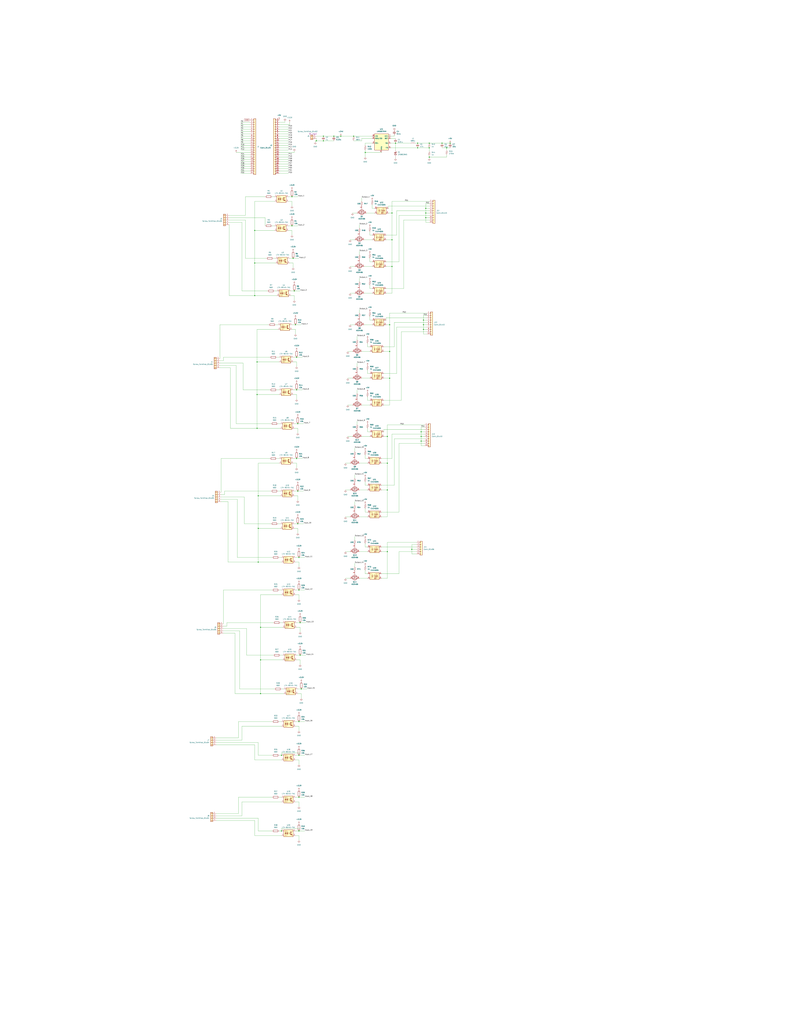
<source format=kicad_sch>
(kicad_sch (version 20250114) (generator "eeschema") (generator_version "9.0")
  (paper "E" portrait)
  (junction (at 280.67 467.36))
  (junction (at 462.28 354.33))
  (junction (at 326.39 787.4))
  (junction (at 364.49 148.59))
  (junction (at 427.99 290.83))
  (junction (at 455.93 156.21))
  (junction (at 326.39 608.33))
  (junction (at 462.28 359.41))
  (junction (at 325.12 535.94))
  (junction (at 281.94 576.58))
  (junction (at 318.77 214.63))
  (junction (at 487.68 161.29))
  (junction (at 325.12 571.5))
  (junction (at 491.49 156.21))
  (junction (at 455.93 161.29))
  (junction (at 464.82 237.49))
  (junction (at 322.58 354.33))
  (junction (at 281.94 613.41))
  (junction (at 372.11 148.59))
  (junction (at 326.39 869.95))
  (junction (at 482.6 156.21))
  (junction (at 323.85 500.38))
  (junction (at 459.74 476.25))
  (junction (at 422.91 601.98))
  (junction (at 280.67 430.53))
  (junction (at 398.78 166.37))
  (junction (at 459.74 481.33))
  (junction (at 345.44 153.67))
  (junction (at 280.67 394.97))
  (junction (at 464.82 232.41))
  (junction (at 422.91 476.25))
  (junction (at 422.91 534.67))
  (junction (at 318.77 246.38))
  (junction (at 323.85 425.45))
  (junction (at 468.63 171.45))
  (junction (at 468.63 156.21))
  (junction (at 353.06 148.59))
  (junction (at 427.99 232.41))
  (junction (at 462.28 349.25))
  (junction (at 278.13 251.46))
  (junction (at 427.99 261.62))
  (junction (at 278.13 322.58))
  (junction (at 323.85 389.89))
  (junction (at 325.12 462.28))
  (junction (at 284.48 720.09))
  (junction (at 328.93 751.84))
  (junction (at 281.94 541.02))
  (junction (at 307.34 906.78))
  (junction (at 425.45 412.75))
  (junction (at 459.74 471.17))
  (junction (at 425.45 383.54))
  (junction (at 468.63 161.29))
  (junction (at 326.39 643.89))
  (junction (at 449.58 599.44))
  (junction (at 326.39 906.78))
  (junction (at 278.13 287.02))
  (junction (at 284.48 756.92))
  (junction (at 353.06 153.67))
  (junction (at 386.08 148.59))
  (junction (at 326.39 824.23))
  (junction (at 327.66 679.45))
  (junction (at 425.45 354.33))
  (junction (at 327.66 715.01))
  (junction (at 307.34 824.23))
  (junction (at 284.48 684.53))
  (junction (at 464.82 227.33))
  (junction (at 431.8 156.21))
  (junction (at 320.04 281.94))
  (junction (at 321.31 317.5))
  (junction (at 422.91 505.46))
  (wire (pts (xy 440.69 240.03) (xy 440.69 314.96)))
  (wire (pts (xy 280.67 359.41) (xy 280.67 394.97)))
  (wire (pts (xy 398.78 558.8) (xy 401.32 558.8)))
  (wire (pts (xy 322.58 869.95) (xy 326.39 869.95)))
  (wire (pts (xy 323.85 505.46) (xy 320.04 505.46)))
  (wire (pts (xy 323.85 715.01) (xy 327.66 715.01)))
  (wire (pts (xy 401.32 407.67) (xy 403.86 407.67)))
  (wire (pts (xy 401.32 433.07) (xy 401.32 436.88)))
  (wire (pts (xy 431.8 156.21) (xy 448.31 156.21)))
  (wire (pts (xy 464.82 242.57) (xy 464.82 237.49)))
  (wire (pts (xy 257.81 166.37) (xy 273.05 166.37)))
  (wire (pts (xy 389.89 459.74) (xy 389.89 463.55)))
  (wire (pts (xy 344.17 153.67) (xy 345.44 153.67)))
  (wire (pts (xy 281.94 906.78) (xy 281.94 892.81)))
  (wire (pts (xy 466.09 356.87) (xy 433.07 356.87)))
  (wire (pts (xy 332.74 608.33) (xy 326.39 608.33)))
  (wire (pts (xy 278.13 322.58) (xy 250.19 322.58)))
  (wire (pts (xy 304.8 163.83) (xy 314.96 163.83)))
  (wire (pts (xy 307.34 904.24) (xy 327.66 904.24)))
  (wire (pts (xy 284.48 684.53) (xy 308.61 684.53)))
  (wire (pts (xy 262.89 140.97) (xy 273.05 140.97)))
  (wire (pts (xy 266.7 571.5) (xy 266.7 542.29)))
  (wire (pts (xy 304.8 168.91) (xy 314.96 168.91)))
  (wire (pts (xy 430.53 147.32) (xy 430.53 148.59)))
  (wire (pts (xy 403.86 281.94) (xy 403.86 285.75)))
  (wire (pts (xy 269.24 715.01) (xy 269.24 685.8)))
  (wire (pts (xy 462.28 344.17) (xy 462.28 349.25)))
  (wire (pts (xy 419.1 412.75) (xy 425.45 412.75)))
  (wire (pts (xy 326.39 648.97) (xy 322.58 648.97)))
  (wire (pts (xy 377.19 601.98) (xy 382.27 601.98)))
  (wire (pts (xy 298.45 281.94) (xy 300.99 281.94)))
  (wire (pts (xy 398.78 525.78) (xy 398.78 529.59)))
  (wire (pts (xy 419.1 383.54) (xy 425.45 383.54)))
  (wire (pts (xy 459.74 476.25) (xy 463.55 476.25)))
  (wire (pts (xy 304.8 138.43) (xy 314.96 138.43)))
  (wire (pts (xy 401.32 467.36) (xy 401.32 471.17)))
  (wire (pts (xy 320.04 292.1) (xy 320.04 287.02)))
  (wire (pts (xy 325.12 472.44) (xy 325.12 467.36)))
  (wire (pts (xy 262.89 135.89) (xy 273.05 135.89)))
  (wire (pts (xy 262.89 189.23) (xy 273.05 189.23)))
  (wire (pts (xy 403.86 349.25) (xy 406.4 349.25)))
  (wire (pts (xy 382.27 261.62) (xy 387.35 261.62)))
  (wire (pts (xy 330.2 500.38) (xy 323.85 500.38)))
  (wire (pts (xy 438.15 361.95) (xy 438.15 436.88)))
  (wire (pts (xy 454.66 604.52) (xy 449.58 604.52)))
  (wire (pts (xy 406.4 151.13) (xy 394.97 151.13)))
  (wire (pts (xy 304.8 869.95) (xy 307.34 869.95)))
  (wire (pts (xy 386.08 148.59) (xy 406.4 148.59)))
  (wire (pts (xy 284.48 648.97) (xy 307.34 648.97)))
  (wire (pts (xy 247.65 679.45) (xy 247.65 683.26)))
  (wire (pts (xy 265.43 425.45) (xy 265.43 396.24)))
  (wire (pts (xy 425.45 341.63) (xy 425.45 354.33)))
  (wire (pts (xy 326.39 797.56) (xy 326.39 792.48)))
  (wire (pts (xy 426.72 148.59) (xy 430.53 148.59)))
  (wire (pts (xy 245.11 535.94) (xy 295.91 535.94)))
  (wire (pts (xy 398.78 622.3) (xy 398.78 626.11)))
  (wire (pts (xy 307.34 906.78) (xy 304.8 906.78)))
  (wire (pts (xy 243.84 643.89) (xy 243.84 680.72)))
  (wire (pts (xy 387.35 518.16) (xy 387.35 521.97)))
  (wire (pts (xy 302.26 425.45) (xy 304.8 425.45)))
  (wire (pts (xy 403.86 256.54) (xy 406.4 256.54)))
  (wire (pts (xy 387.35 585.47) (xy 387.35 589.28)))
  (wire (pts (xy 311.15 133.35) (xy 311.15 132.08)))
  (wire (pts (xy 353.06 148.59) (xy 345.44 148.59)))
  (wire (pts (xy 379.73 412.75) (xy 384.81 412.75)))
  (wire (pts (xy 259.08 608.33) (xy 297.18 608.33)))
  (wire (pts (xy 247.65 679.45) (xy 298.45 679.45)))
  (wire (pts (xy 435.61 234.95) (xy 435.61 285.75)))
  (wire (pts (xy 250.19 242.57) (xy 264.16 242.57)))
  (wire (pts (xy 425.45 412.75) (xy 425.45 441.96)))
  (wire (pts (xy 304.8 151.13) (xy 314.96 151.13)))
  (wire (pts (xy 327.66 689.61) (xy 327.66 684.53)))
  (wire (pts (xy 449.58 604.52) (xy 449.58 599.44)))
  (wire (pts (xy 463.55 473.71) (xy 427.99 473.71)))
  (wire (pts (xy 307.34 824.23) (xy 307.34 821.69)))
  (wire (pts (xy 330.2 389.89) (xy 323.85 389.89)))
  (wire (pts (xy 463.55 463.55) (xy 422.91 463.55)))
  (wire (pts (xy 281.94 613.41) (xy 307.34 613.41)))
  (wire (pts (xy 257.81 462.28) (xy 257.81 398.78)))
  (wire (pts (xy 398.78 156.21) (xy 398.78 158.75)))
  (wire (pts (xy 321.31 322.58) (xy 317.5 322.58)))
  (wire (pts (xy 240.03 354.33) (xy 240.03 391.16)))
  (wire (pts (xy 353.06 153.67) (xy 364.49 153.67)))
  (wire (pts (xy 281.94 505.46) (xy 281.94 541.02)))
  (wire (pts (xy 304.8 643.89) (xy 307.34 643.89)))
  (wire (pts (xy 331.47 535.94) (xy 325.12 535.94)))
  (wire (pts (xy 372.11 148.59) (xy 386.08 148.59)))
  (wire (pts (xy 262.89 176.53) (xy 273.05 176.53)))
  (wire (pts (xy 427.99 219.71) (xy 427.99 232.41)))
  (wire (pts (xy 455.93 161.29) (xy 468.63 161.29)))
  (wire (pts (xy 260.35 805.18) (xy 260.35 787.4)))
  (wire (pts (xy 257.81 398.78) (xy 240.03 398.78)))
  (wire (pts (xy 250.19 234.95) (xy 267.97 234.95)))
  (wire (pts (xy 278.13 812.8) (xy 278.13 829.31)))
  (wire (pts (xy 392.43 274.32) (xy 392.43 278.13)))
  (wire (pts (xy 241.3 500.38) (xy 241.3 537.21)))
  (wire (pts (xy 466.09 359.41) (xy 462.28 359.41)))
  (wire (pts (xy 328.93 354.33) (xy 322.58 354.33)))
  (wire (pts (xy 264.16 890.27) (xy 236.22 890.27)))
  (wire (pts (xy 398.78 596.9) (xy 401.32 596.9)))
  (wire (pts (xy 264.16 875.03) (xy 307.34 875.03)))
  (wire (pts (xy 468.63 171.45) (xy 468.63 170.18)))
  (wire (pts (xy 278.13 829.31) (xy 307.34 829.31)))
  (wire (pts (xy 392.43 245.11) (xy 392.43 248.92)))
  (wire (pts (xy 281.94 576.58) (xy 281.94 613.41)))
  (wire (pts (xy 394.97 215.9) (xy 394.97 219.71)))
  (wire (pts (xy 262.89 133.35) (xy 273.05 133.35)))
  (wire (pts (xy 278.13 895.35) (xy 278.13 911.86)))
  (wire (pts (xy 262.89 171.45) (xy 273.05 171.45)))
  (wire (pts (xy 281.94 810.26) (xy 236.22 810.26)))
  (wire (pts (xy 281.94 541.02) (xy 281.94 576.58)))
  (wire (pts (xy 430.53 478.79) (xy 430.53 529.59)))
  (wire (pts (xy 326.39 618.49) (xy 326.39 613.41)))
  (wire (pts (xy 487.68 161.29) (xy 491.49 161.29)))
  (wire (pts (xy 260.35 869.95) (xy 297.18 869.95)))
  (wire (pts (xy 449.58 599.44) (xy 449.58 594.36)))
  (wire (pts (xy 322.58 906.78) (xy 326.39 906.78)))
  (wire (pts (xy 328.93 762) (xy 328.93 756.92)))
  (wire (pts (xy 435.61 285.75) (xy 421.64 285.75)))
  (wire (pts (xy 344.17 154.94) (xy 344.17 153.67)))
  (wire (pts (xy 236.22 805.18) (xy 260.35 805.18)))
  (wire (pts (xy 431.8 172.72) (xy 431.8 171.45)))
  (wire (pts (xy 328.93 756.92) (xy 325.12 756.92)))
  (wire (pts (xy 463.55 471.17) (xy 459.74 471.17)))
  (wire (pts (xy 302.26 500.38) (xy 304.8 500.38)))
  (wire (pts (xy 325.12 546.1) (xy 325.12 541.02)))
  (wire (pts (xy 248.92 547.37) (xy 248.92 613.41)))
  (wire (pts (xy 394.97 412.75) (xy 403.86 412.75)))
  (wire (pts (xy 421.64 261.62) (xy 427.99 261.62)))
  (wire (pts (xy 466.09 349.25) (xy 462.28 349.25)))
  (wire (pts (xy 269.24 685.8) (xy 243.84 685.8)))
  (wire (pts (xy 421.64 290.83) (xy 427.99 290.83)))
  (wire (pts (xy 259.08 544.83) (xy 241.3 544.83)))
  (wire (pts (xy 387.35 547.37) (xy 387.35 551.18)))
  (wire (pts (xy 463.55 483.87) (xy 435.61 483.87)))
  (wire (pts (xy 261.62 751.84) (xy 299.72 751.84)))
  (wire (pts (xy 264.16 242.57) (xy 264.16 317.5)))
  (wire (pts (xy 304.8 181.61) (xy 314.96 181.61)))
  (wire (pts (xy 304.8 176.53) (xy 314.96 176.53)))
  (wire (pts (xy 280.67 359.41) (xy 303.53 359.41)))
  (wire (pts (xy 424.18 224.79) (xy 424.18 227.33)))
  (wire (pts (xy 379.73 441.96) (xy 384.81 441.96)))
  (wire (pts (xy 304.8 161.29) (xy 314.96 161.29)))
  (wire (pts (xy 435.61 601.98) (xy 435.61 626.11)))
  (wire (pts (xy 318.77 354.33) (xy 322.58 354.33)))
  (wire (pts (xy 262.89 168.91) (xy 273.05 168.91)))
  (wire (pts (xy 398.78 166.37) (xy 416.56 166.37)))
  (wire (pts (xy 280.67 467.36) (xy 306.07 467.36)))
  (wire (pts (xy 406.4 223.52) (xy 406.4 227.33)))
  (wire (pts (xy 325.12 541.02) (xy 321.31 541.02)))
  (wire (pts (xy 278.13 251.46) (xy 278.13 219.71)))
  (wire (pts (xy 421.64 346.71) (xy 421.64 349.25)))
  (wire (pts (xy 394.97 153.67) (xy 386.08 153.67)))
  (wire (pts (xy 426.72 151.13) (xy 431.8 151.13)))
  (wire (pts (xy 304.8 166.37) (xy 321.31 166.37)))
  (wire (pts (xy 304.8 140.97) (xy 314.96 140.97)))
  (wire (pts (xy 387.35 488.95) (xy 387.35 492.76)))
  (wire (pts (xy 459.74 471.17) (xy 459.74 476.25)))
  (wire (pts (xy 267.97 214.63) (xy 289.56 214.63)))
  (wire (pts (xy 304.8 158.75) (xy 314.96 158.75)))
  (wire (pts (xy 321.31 165.1) (xy 321.31 166.37)))
  (wire (pts (xy 323.85 679.45) (xy 327.66 679.45)))
  (wire (pts (xy 307.34 821.69) (xy 327.66 821.69)))
  (wire (pts (xy 299.72 317.5) (xy 302.26 317.5)))
  (wire (pts (xy 280.67 394.97) (xy 280.67 430.53)))
  (wire (pts (xy 427.99 320.04) (xy 421.64 320.04)))
  (wire (pts (xy 327.66 725.17) (xy 327.66 720.09)))
  (wire (pts (xy 318.77 256.54) (xy 318.77 251.46)))
  (wire (pts (xy 262.89 146.05) (xy 273.05 146.05)))
  (wire (pts (xy 468.63 219.71) (xy 427.99 219.71)))
  (wire (pts (xy 430.53 529.59) (xy 416.56 529.59)))
  (wire (pts (xy 321.31 535.94) (xy 325.12 535.94)))
  (wire (pts (xy 297.18 214.63) (xy 299.72 214.63)))
  (wire (pts (xy 430.53 351.79) (xy 430.53 378.46)))
  (wire (pts (xy 392.43 505.46) (xy 401.32 505.46)))
  (wire (pts (xy 261.62 751.84) (xy 261.62 688.34)))
  (wire (pts (xy 266.7 542.29) (xy 241.3 542.29)))
  (wire (pts (xy 416.56 596.9) (xy 454.66 596.9)))
  (wire (pts (xy 323.85 435.61) (xy 323.85 430.53)))
  (wire (pts (xy 332.74 906.78) (xy 326.39 906.78)))
  (wire (pts (xy 463.55 481.33) (xy 459.74 481.33)))
  (wire (pts (xy 260.35 887.73) (xy 260.35 869.95)))
  (wire (pts (xy 482.6 156.21) (xy 491.49 156.21)))
  (wire (pts (xy 320.04 500.38) (xy 323.85 500.38)))
  (wire (pts (xy 427.99 473.71) (xy 427.99 500.38)))
  (wire (pts (xy 425.45 441.96) (xy 419.1 441.96)))
  (wire (pts (xy 392.43 534.67) (xy 401.32 534.67)))
  (wire (pts (xy 306.07 679.45) (xy 308.61 679.45)))
  (wire (pts (xy 304.8 171.45) (xy 314.96 171.45)))
  (wire (pts (xy 401.32 436.88) (xy 403.86 436.88)))
  (wire (pts (xy 267.97 234.95) (xy 267.97 214.63)))
  (wire (pts (xy 397.51 320.04) (xy 406.4 320.04)))
  (wire (pts (xy 262.89 173.99) (xy 273.05 173.99)))
  (wire (pts (xy 250.19 237.49) (xy 289.56 237.49)))
  (wire (pts (xy 430.53 378.46) (xy 419.1 378.46)))
  (wire (pts (xy 314.96 246.38) (xy 318.77 246.38)))
  (wire (pts (xy 325.12 581.66) (xy 325.12 576.58)))
  (wire (pts (xy 326.39 834.39) (xy 326.39 829.31)))
  (wire (pts (xy 278.13 911.86) (xy 307.34 911.86)))
  (wire (pts (xy 257.81 462.28) (xy 295.91 462.28)))
  (wire (pts (xy 303.53 571.5) (xy 306.07 571.5)))
  (wire (pts (xy 318.77 219.71) (xy 314.96 219.71)))
  (wire (pts (xy 320.04 425.45) (xy 323.85 425.45)))
  (wire (pts (xy 389.89 367.03) (xy 389.89 370.84)))
  (wire (pts (xy 317.5 317.5) (xy 321.31 317.5)))
  (wire (pts (xy 331.47 462.28) (xy 325.12 462.28)))
  (wire (pts (xy 264.16 875.03) (xy 264.16 890.27)))
  (wire (pts (xy 425.45 354.33) (xy 425.45 383.54)))
  (wire (pts (xy 236.22 887.73) (xy 260.35 887.73)))
  (wire (pts (xy 427.99 290.83) (xy 427.99 320.04)))
  (wire (pts (xy 440.69 314.96) (xy 421.64 314.96)))
  (wire (pts (xy 326.39 281.94) (xy 320.04 281.94)))
  (wire (pts (xy 269.24 715.01) (xy 298.45 715.01)))
  (wire (pts (xy 262.89 138.43) (xy 273.05 138.43)))
  (wire (pts (xy 454.66 601.98) (xy 435.61 601.98)))
  (wire (pts (xy 297.18 906.78) (xy 281.94 906.78)))
  (wire (pts (xy 468.63 224.79) (xy 424.18 224.79)))
  (wire (pts (xy 304.8 186.69) (xy 314.96 186.69)))
  (wire (pts (xy 398.78 171.45) (xy 398.78 166.37)))
  (wire (pts (xy 466.09 351.79) (xy 430.53 351.79)))
  (wire (pts (xy 463.55 486.41) (xy 459.74 486.41)))
  (wire (pts (xy 278.13 322.58) (xy 302.26 322.58)))
  (wire (pts (xy 326.39 875.03) (xy 322.58 875.03)))
  (wire (pts (xy 394.97 476.25) (xy 403.86 476.25)))
  (wire (pts (xy 482.6 161.29) (xy 487.68 161.29)))
  (wire (pts (xy 262.89 156.21) (xy 273.05 156.21)))
  (wire (pts (xy 264.16 792.48) (xy 307.34 792.48)))
  (wire (pts (xy 425.45 383.54) (xy 425.45 412.75)))
  (wire (pts (xy 262.89 186.69) (xy 273.05 186.69)))
  (wire (pts (xy 406.4 156.21) (xy 398.78 156.21)))
  (wire (pts (xy 280.67 430.53) (xy 280.67 467.36)))
  (wire (pts (xy 487.68 161.29) (xy 487.68 163.83)))
  (wire (pts (xy 331.47 571.5) (xy 325.12 571.5)))
  (wire (pts (xy 281.94 505.46) (xy 304.8 505.46)))
  (wire (pts (xy 264.16 317.5) (xy 292.1 317.5)))
  (wire (pts (xy 435.61 558.8) (xy 416.56 558.8)))
  (wire (pts (xy 278.13 287.02) (xy 278.13 251.46)))
  (wire (pts (xy 398.78 166.37) (xy 398.78 163.83)))
  (wire (pts (xy 487.68 171.45) (xy 468.63 171.45)))
  (wire (pts (xy 304.8 189.23) (xy 314.96 189.23)))
  (wire (pts (xy 262.89 153.67) (xy 273.05 153.67)))
  (wire (pts (xy 422.91 591.82) (xy 454.66 591.82)))
  (wire (pts (xy 406.4 227.33) (xy 408.94 227.33)))
  (wire (pts (xy 416.56 505.46) (xy 422.91 505.46)))
  (wire (pts (xy 304.8 156.21) (xy 314.96 156.21)))
  (wire (pts (xy 307.34 751.84) (xy 309.88 751.84)))
  (wire (pts (xy 455.93 156.21) (xy 453.39 156.21)))
  (wire (pts (xy 304.8 146.05) (xy 314.96 146.05)))
  (wire (pts (xy 449.58 594.36) (xy 454.66 594.36)))
  (wire (pts (xy 318.77 251.46) (xy 314.96 251.46)))
  (wire (pts (xy 262.89 179.07) (xy 273.05 179.07)))
  (wire (pts (xy 427.99 500.38) (xy 416.56 500.38)))
  (wire (pts (xy 394.97 441.96) (xy 403.86 441.96)))
  (wire (pts (xy 322.58 643.89) (xy 326.39 643.89)))
  (wire (pts (xy 462.28 364.49) (xy 462.28 359.41)))
  (wire (pts (xy 304.8 135.89) (xy 316.23 135.89)))
  (wire (pts (xy 325.12 467.36) (xy 321.31 467.36)))
  (wire (pts (xy 392.43 601.98) (xy 401.32 601.98)))
  (wire (pts (xy 332.74 787.4) (xy 326.39 787.4)))
  (wire (pts (xy 401.32 374.65) (xy 401.32 378.46)))
  (wire (pts (xy 326.39 916.94) (xy 326.39 911.86)))
  (wire (pts (xy 321.31 462.28) (xy 325.12 462.28)))
  (wire (pts (xy 419.1 468.63) (xy 419.1 471.17)))
  (wire (pts (xy 306.07 715.01) (xy 308.61 715.01)))
  (wire (pts (xy 426.72 156.21) (xy 431.8 156.21)))
  (wire (pts (xy 424.18 232.41) (xy 427.99 232.41)))
  (wire (pts (xy 278.13 251.46) (xy 299.72 251.46)))
  (wire (pts (xy 326.39 911.86) (xy 322.58 911.86)))
  (wire (pts (xy 320.04 389.89) (xy 323.85 389.89)))
  (wire (pts (xy 251.46 401.32) (xy 251.46 467.36)))
  (wire (pts (xy 325.12 246.38) (xy 318.77 246.38)))
  (wire (pts (xy 262.89 143.51) (xy 273.05 143.51)))
  (wire (pts (xy 382.27 354.33) (xy 387.35 354.33)))
  (wire (pts (xy 284.48 720.09) (xy 308.61 720.09)))
  (wire (pts (xy 243.84 389.89) (xy 243.84 393.7)))
  (wire (pts (xy 334.01 715.01) (xy 327.66 715.01)))
  (wire (pts (xy 300.99 354.33) (xy 303.53 354.33)))
  (wire (pts (xy 243.84 683.26) (xy 247.65 683.26)))
  (wire (pts (xy 487.68 168.91) (xy 487.68 171.45)))
  (wire (pts (xy 326.39 654.05) (xy 326.39 648.97)))
  (wire (pts (xy 284.48 684.53) (xy 284.48 720.09)))
  (wire (pts (xy 377.19 505.46) (xy 382.27 505.46)))
  (wire (pts (xy 459.74 481.33) (xy 459.74 476.25)))
  (wire (pts (xy 468.63 242.57) (xy 464.82 242.57)))
  (wire (pts (xy 421.64 354.33) (xy 425.45 354.33)))
  (wire (pts (xy 459.74 466.09) (xy 459.74 471.17)))
  (wire (pts (xy 297.18 246.38) (xy 299.72 246.38)))
  (wire (pts (xy 332.74 643.89) (xy 326.39 643.89)))
  (wire (pts (xy 353.06 148.59) (xy 364.49 148.59)))
  (wire (pts (xy 379.73 476.25) (xy 384.81 476.25)))
  (wire (pts (xy 243.84 389.89) (xy 294.64 389.89)))
  (wire (pts (xy 377.19 563.88) (xy 382.27 563.88)))
  (wire (pts (xy 262.89 163.83) (xy 273.05 163.83)))
  (wire (pts (xy 403.86 285.75) (xy 406.4 285.75)))
  (wire (pts (xy 403.86 314.96) (xy 406.4 314.96)))
  (wire (pts (xy 422.91 476.25) (xy 422.91 505.46)))
  (wire (pts (xy 419.1 476.25) (xy 422.91 476.25)))
  (wire (pts (xy 438.15 436.88) (xy 419.1 436.88)))
  (wire (pts (xy 284.48 648.97) (xy 284.48 684.53)))
  (wire (pts (xy 379.73 383.54) (xy 384.81 383.54)))
  (wire (pts (xy 278.13 219.71) (xy 299.72 219.71)))
  (wire (pts (xy 382.27 320.04) (xy 387.35 320.04)))
  (wire (pts (xy 345.44 153.67) (xy 353.06 153.67)))
  (wire (pts (xy 468.63 237.49) (xy 464.82 237.49)))
  (wire (pts (xy 281.94 824.23) (xy 281.94 810.26)))
  (wire (pts (xy 392.43 303.53) (xy 392.43 307.34)))
  (wire (pts (xy 280.67 430.53) (xy 304.8 430.53)))
  (wire (pts (xy 463.55 468.63) (xy 419.1 468.63)))
  (wire (pts (xy 403.86 345.44) (xy 403.86 349.25)))
  (wire (pts (xy 330.2 425.45) (xy 323.85 425.45)))
  (wire (pts (xy 262.89 148.59) (xy 273.05 148.59)))
  (wire (pts (xy 264.16 792.48) (xy 264.16 807.72)))
  (wire (pts (xy 304.8 179.07) (xy 314.96 179.07)))
  (wire (pts (xy 426.72 161.29) (xy 455.93 161.29)))
  (wire (pts (xy 323.85 394.97) (xy 320.04 394.97)))
  (wire (pts (xy 266.7 571.5) (xy 295.91 571.5)))
  (wire (pts (xy 433.07 229.87) (xy 433.07 256.54)))
  (wire (pts (xy 468.63 161.29) (xy 468.63 165.1)))
  (wire (pts (xy 250.19 322.58) (xy 250.19 245.11)))
  (wire (pts (xy 392.43 563.88) (xy 401.32 563.88)))
  (wire (pts (xy 422.91 505.46) (xy 422.91 534.67)))
  (wire (pts (xy 332.74 824.23) (xy 326.39 824.23)))
  (wire (pts (xy 389.89 396.24) (xy 389.89 400.05)))
  (wire (pts (xy 240.03 401.32) (xy 251.46 401.32)))
  (wire (pts (xy 322.58 787.4) (xy 326.39 787.4)))
  (wire (pts (xy 262.89 151.13) (xy 273.05 151.13)))
  (wire (pts (xy 327.66 684.53) (xy 323.85 684.53)))
  (wire (pts (xy 327.66 720.09) (xy 323.85 720.09)))
  (wire (pts (xy 284.48 720.09) (xy 284.48 756.92)))
  (wire (pts (xy 422.91 591.82) (xy 422.91 601.98)))
  (wire (pts (xy 398.78 529.59) (xy 401.32 529.59)))
  (wire (pts (xy 466.09 364.49) (xy 462.28 364.49)))
  (wire (pts (xy 468.63 172.72) (xy 468.63 171.45)))
  (wire (pts (xy 320.04 287.02) (xy 316.23 287.02)))
  (wire (pts (xy 394.97 151.13) (xy 394.97 153.67)))
  (wire (pts (xy 387.35 614.68) (xy 387.35 618.49)))
  (wire (pts (xy 422.91 601.98) (xy 422.91 631.19)))
  (wire (pts (xy 304.8 153.67) (xy 314.96 153.67)))
  (wire (pts (xy 321.31 327.66) (xy 321.31 322.58)))
  (wire (pts (xy 398.78 500.38) (xy 401.32 500.38)))
  (wire (pts (xy 466.09 341.63) (xy 425.45 341.63)))
  (wire (pts (xy 422.91 463.55) (xy 422.91 476.25)))
  (wire (pts (xy 422.91 563.88) (xy 416.56 563.88)))
  (wire (pts (xy 398.78 626.11) (xy 401.32 626.11)))
  (wire (pts (xy 403.86 311.15) (xy 403.86 314.96)))
  (wire (pts (xy 449.58 599.44) (xy 454.66 599.44)))
  (wire (pts (xy 377.19 534.67) (xy 382.27 534.67)))
  (wire (pts (xy 397.51 290.83) (xy 406.4 290.83)))
  (wire (pts (xy 327.66 317.5) (xy 321.31 317.5)))
  (wire (pts (xy 464.82 222.25) (xy 464.82 227.33)))
  (wire (pts (xy 236.22 895.35) (xy 278.13 895.35)))
  (wire (pts (xy 403.86 252.73) (xy 403.86 256.54)))
  (wire (pts (xy 307.34 906.78) (xy 307.34 904.24)))
  (wire (pts (xy 260.35 787.4) (xy 297.18 787.4)))
  (wire (pts (xy 433.07 256.54) (xy 421.64 256.54)))
  (wire (pts (xy 468.63 227.33) (xy 464.82 227.33)))
  (wire (pts (xy 303.53 462.28) (xy 306.07 462.28)))
  (wire (pts (xy 400.05 232.41) (xy 408.94 232.41)))
  (wire (pts (xy 462.28 359.41) (xy 462.28 354.33)))
  (wire (pts (xy 281.94 541.02) (xy 306.07 541.02)))
  (wire (pts (xy 427.99 232.41) (xy 427.99 261.62)))
  (wire (pts (xy 323.85 400.05) (xy 323.85 394.97)))
  (wire (pts (xy 323.85 510.54) (xy 323.85 505.46)))
  (wire (pts (xy 265.43 396.24) (xy 240.03 396.24)))
  (wire (pts (xy 422.91 534.67) (xy 422.91 563.88)))
  (wire (pts (xy 262.89 184.15) (xy 273.05 184.15)))
  (wire (pts (xy 468.63 229.87) (xy 433.07 229.87)))
  (wire (pts (xy 463.55 478.79) (xy 430.53 478.79)))
  (wire (pts (xy 322.58 608.33) (xy 326.39 608.33)))
  (wire (pts (xy 392.43 631.19) (xy 401.32 631.19)))
  (wire (pts (xy 463.55 466.09) (xy 459.74 466.09)))
  (wire (pts (xy 334.01 679.45) (xy 327.66 679.45)))
  (wire (pts (xy 316.23 135.89) (xy 316.23 133.35)))
  (wire (pts (xy 468.63 156.21) (xy 482.6 156.21)))
  (wire (pts (xy 455.93 156.21) (xy 468.63 156.21)))
  (wire (pts (xy 316.23 281.94) (xy 320.04 281.94)))
  (wire (pts (xy 464.82 227.33) (xy 464.82 232.41)))
  (wire (pts (xy 326.39 792.48) (xy 322.58 792.48)))
  (wire (pts (xy 427.99 261.62) (xy 427.99 290.83)))
  (wire (pts (xy 304.8 173.99) (xy 314.96 173.99)))
  (wire (pts (xy 278.13 322.58) (xy 278.13 287.02)))
  (wire (pts (xy 433.07 356.87) (xy 433.07 407.67)))
  (wire (pts (xy 416.56 601.98) (xy 422.91 601.98)))
  (wire (pts (xy 280.67 394.97) (xy 304.8 394.97)))
  (wire (pts (xy 302.26 389.89) (xy 304.8 389.89)))
  (wire (pts (xy 262.89 158.75) (xy 273.05 158.75)))
  (wire (pts (xy 248.92 613.41) (xy 281.94 613.41)))
  (wire (pts (xy 289.56 237.49) (xy 289.56 246.38)))
  (wire (pts (xy 243.84 690.88) (xy 256.54 690.88)))
  (wire (pts (xy 325.12 751.84) (xy 328.93 751.84)))
  (wire (pts (xy 267.97 281.94) (xy 290.83 281.94)))
  (wire (pts (xy 468.63 234.95) (xy 435.61 234.95)))
  (wire (pts (xy 468.63 240.03) (xy 440.69 240.03)))
  (wire (pts (xy 377.19 631.19) (xy 382.27 631.19)))
  (wire (pts (xy 335.28 751.84) (xy 328.93 751.84)))
  (wire (pts (xy 464.82 232.41) (xy 468.63 232.41)))
  (wire (pts (xy 431.8 163.83) (xy 431.8 156.21)))
  (wire (pts (xy 416.56 534.67) (xy 422.91 534.67)))
  (wire (pts (xy 466.09 346.71) (xy 421.64 346.71)))
  (wire (pts (xy 326.39 880.11) (xy 326.39 875.03)))
  (wire (pts (xy 259.08 608.33) (xy 259.08 544.83)))
  (wire (pts (xy 326.39 613.41) (xy 322.58 613.41)))
  (wire (pts (xy 241.3 547.37) (xy 248.92 547.37)))
  (wire (pts (xy 435.61 626.11) (xy 416.56 626.11)))
  (wire (pts (xy 325.12 214.63) (xy 318.77 214.63)))
  (wire (pts (xy 323.85 430.53) (xy 320.04 430.53)))
  (wire (pts (xy 281.94 576.58) (xy 306.07 576.58)))
  (wire (pts (xy 398.78 593.09) (xy 398.78 596.9)))
  (wire (pts (xy 364.49 148.59) (xy 372.11 148.59)))
  (wire (pts (xy 265.43 425.45) (xy 294.64 425.45)))
  (wire (pts (xy 304.8 148.59) (xy 314.96 148.59)))
  (wire (pts (xy 245.11 535.94) (xy 245.11 539.75)))
  (wire (pts (xy 394.97 383.54) (xy 403.86 383.54)))
  (wire (pts (xy 297.18 824.23) (xy 281.94 824.23)))
  (wire (pts (xy 304.8 133.35) (xy 311.15 133.35)))
  (wire (pts (xy 433.07 407.67) (xy 419.1 407.67)))
  (wire (pts (xy 281.94 892.81) (xy 236.22 892.81)))
  (wire (pts (xy 241.3 500.38) (xy 294.64 500.38)))
  (wire (pts (xy 398.78 496.57) (xy 398.78 500.38)))
  (wire (pts (xy 398.78 554.99) (xy 398.78 558.8)))
  (wire (pts (xy 251.46 467.36) (xy 280.67 467.36)))
  (wire (pts (xy 325.12 576.58) (xy 321.31 576.58)))
  (wire (pts (xy 462.28 354.33) (xy 466.09 354.33)))
  (wire (pts (xy 322.58 359.41) (xy 318.77 359.41)))
  (wire (pts (xy 401.32 403.86) (xy 401.32 407.67)))
  (wire (pts (xy 250.19 240.03) (xy 267.97 240.03)))
  (wire (pts (xy 240.03 354.33) (xy 293.37 354.33)))
  (wire (pts (xy 397.51 261.62) (xy 406.4 261.62)))
  (wire (pts (xy 397.51 354.33) (xy 406.4 354.33)))
  (wire (pts (xy 267.97 240.03) (xy 267.97 281.94)))
  (wire (pts (xy 435.61 483.87) (xy 435.61 558.8)))
  (wire (pts (xy 464.82 237.49) (xy 464.82 232.41)))
  (wire (pts (xy 262.89 161.29) (xy 273.05 161.29)))
  (wire (pts (xy 307.34 824.23) (xy 304.8 824.23)))
  (wire (pts (xy 284.48 756.92) (xy 309.88 756.92)))
  (wire (pts (xy 468.63 222.25) (xy 464.82 222.25)))
  (wire (pts (xy 462.28 349.25) (xy 462.28 354.33)))
  (wire (pts (xy 256.54 690.88) (xy 256.54 756.92)))
  (wire (pts (xy 459.74 486.41) (xy 459.74 481.33)))
  (wire (pts (xy 261.62 688.34) (xy 243.84 688.34)))
  (wire (pts (xy 392.43 337.82) (xy 392.43 341.63)))
  (wire (pts (xy 422.91 631.19) (xy 416.56 631.19)))
  (wire (pts (xy 240.03 393.7) (xy 243.84 393.7)))
  (wire (pts (xy 304.8 608.33) (xy 307.34 608.33)))
  (wire (pts (xy 303.53 535.94) (xy 306.07 535.94)))
  (wire (pts (xy 304.8 184.15) (xy 314.96 184.15)))
  (wire (pts (xy 243.84 643.89) (xy 297.18 643.89)))
  (wire (pts (xy 262.89 181.61) (xy 273.05 181.61)))
  (wire (pts (xy 321.31 571.5) (xy 325.12 571.5)))
  (wire (pts (xy 264.16 807.72) (xy 236.22 807.72)))
  (wire (pts (xy 382.27 290.83) (xy 387.35 290.83)))
  (wire (pts (xy 318.77 224.79) (xy 318.77 219.71)))
  (wire (pts (xy 466.09 361.95) (xy 438.15 361.95)))
  (wire (pts (xy 241.3 539.75) (xy 245.11 539.75)))
  (wire (pts (xy 304.8 787.4) (xy 307.34 787.4)))
  (wire (pts (xy 322.58 364.49) (xy 322.58 359.41)))
  (wire (pts (xy 322.58 824.23) (xy 326.39 824.23)))
  (wire (pts (xy 304.8 143.51) (xy 314.96 143.51)))
  (wire (pts (xy 389.89 425.45) (xy 389.89 429.26)))
  (wire (pts (xy 466.09 344.17) (xy 462.28 344.17)))
  (wire (pts (xy 332.74 869.95) (xy 326.39 869.95)))
  (wire (pts (xy 384.81 232.41) (xy 389.89 232.41)))
  (wire (pts (xy 236.22 812.8) (xy 278.13 812.8)))
  (wire (pts (xy 401.32 378.46) (xy 403.86 378.46)))
  (wire (pts (xy 278.13 287.02) (xy 300.99 287.02)))
  (wire (pts (xy 345.44 151.13) (xy 345.44 153.67)))
  (wire (pts (xy 314.96 214.63) (xy 318.77 214.63)))
  (wire (pts (xy 326.39 829.31) (xy 322.58 829.31)))
  (wire (pts (xy 401.32 471.17) (xy 403.86 471.17)))
  (wire (pts (xy 256.54 756.92) (xy 284.48 756.92)))
  (label "P12" (at 262.89 163.83 0))
  (label "Output_8" (at 389.89 425.45 0))
  (label "Input_14" (at 334.01 715.01 0))
  (label "P4" (at 262.89 143.51 0))
  (label "P23" (at 314.96 138.43 0))
  (label "P11" (at 262.89 161.29 0))
  (label "P13" (at 314.96 163.83 0))
  (label "Output_4" (at 392.43 303.53 0))
  (label "Input_7" (at 331.47 462.28 0))
  (label "Output_3" (at 392.43 274.32 0))
  (label "P6" (at 262.89 148.59 0))
  (label "P15" (at 314.96 158.75 0))
  (label "Input_9" (at 331.47 535.94 0))
  (label "Input_19" (at 332.74 906.78 0))
  (label "PS3" (at 436.88 463.55 0))
  (label "P36" (at 314.96 181.61 0))
  (label "Output_6" (at 389.89 367.03 0))
  (label "P35" (at 314.96 184.15 0))
  (label "Input_12" (at 332.74 643.89 0))
  (label "P18" (at 314.96 151.13 0))
  (label "Output_12" (at 387.35 547.37 0))
  (label "Input_6" (at 330.2 425.45 0))
  (label "PS1" (at 441.96 219.71 0))
  (label "Output_11" (at 387.35 518.16 0))
  (label "Input_16" (at 332.74 787.4 0))
  (label "Input_4" (at 328.93 354.33 0))
  (label "Input_5" (at 330.2 389.89 0))
  (label "Output_10" (at 387.35 488.95 0))
  (label "Input_8" (at 330.2 500.38 0))
  (label "P40" (at 314.96 171.45 0))
  (label "P26" (at 262.89 173.99 0))
  (label "P38" (at 314.96 176.53 0))
  (label "P27" (at 262.89 176.53 0))
  (label "Output_5" (at 392.43 337.82 0))
  (label "P0" (at 262.89 133.35 0))
  (label "PS2" (at 464.82 222.25 0))
  (label "P22" (at 314.96 140.97 0))
  (label "P24" (at 262.89 168.91 0))
  (label "P3" (at 262.89 140.97 0))
  (label "P25" (at 262.89 171.45 0))
  (label "Output_2" (at 392.43 245.11 0))
  (label "Output_14" (at 387.35 614.68 0))
  (label "P20" (at 314.96 146.05 0))
  (label "Input_2" (at 325.12 246.38 0))
  (label "P33" (at 314.96 189.23 0))
  (label "PS4" (at 459.74 466.09 0))
  (label "P37" (at 314.96 179.07 0))
  (label "Input_15" (at 335.28 751.84 0))
  (label "P34" (at 314.96 186.69 0))
  (label "P17" (at 314.96 153.67 0))
  (label "P32" (at 262.89 189.23 0))
  (label "P28" (at 262.89 179.07 0))
  (label "P16" (at 314.96 156.21 0))
  (label "P9" (at 262.89 156.21 0))
  (label "P5" (at 262.89 146.05 0))
  (label "Output_7" (at 389.89 396.24 0))
  (label "Input_1" (at 325.12 214.63 0))
  (label "PS3" (at 462.28 344.17 0))
  (label "P19" (at 314.96 148.59 0))
  (label "P8" (at 262.89 153.67 0))
  (label "Input_2" (at 326.39 281.94 0))
  (label "Input_10" (at 331.47 571.5 0))
  (label "Input_17" (at 332.74 824.23 0))
  (label "P1" (at 262.89 135.89 0))
  (label "P30" (at 262.89 184.15 0))
  (label "P31" (at 262.89 186.69 0))
  (label "Input_11" (at 332.74 608.33 0))
  (label "P10" (at 262.89 158.75 0))
  (label "P39" (at 314.96 173.99 0))
  (label "Input_13" (at 334.01 679.45 0))
  (label "Output_1" (at 394.97 215.9 0))
  (label "P14" (at 314.96 161.29 0))
  (label "P2" (at 262.89 138.43 0))
  (label "Output_13" (at 387.35 585.47 0))
  (label "P41" (at 314.96 168.91 0))
  (label "P29" (at 262.89 181.61 0))
  (label "P21" (at 314.96 143.51 0))
  (label "PS2" (at 439.42 341.63 0))
  (label "P7" (at 262.89 151.13 0))
  (label "Input_3" (at 327.66 317.5 0))
  (label "Output_9" (at 389.89 459.74 0))
  (label "Input_18" (at 332.74 869.95 0))
  (global_label "GND" (shape input) (at 273.05 130.81 180) (property "Intersheetrefs" "${INTERSHEET_REFS}" (effects (hide yes))))
  (symbol (lib_id "Device:R_Small_US") (at 487.68 166.37 0) (unit 1)
    (property "Reference" "R45" (at 490.22 165.0999 0) (effects (justify left)))
    (property "Value" "270m" (at 490.22 167.6399 0) (effects (justify left)))
    (property "Description" "Resistor, small US symbol" (effects (hide yes)))
    (property "LCSC" "C779379" (effects (hide yes)))
  )
  (symbol (lib_id "Transistor_FET:AO3400A") (at 389.89 439.42 270) (unit 1)
    (property "Reference" "Q7" (at 389.89 445.77 90))
    (property "Value" "AO3406" (at 389.89 448.31 90))
    (property "Footprint" "Package_TO_SOT_SMD:SOT-23" (effects (hide yes)))
    (property "Datasheet" "https://www.lcsc.com/datasheet/lcsc_datasheet_1912111437_Alpha---Omega-Semicon-AO3406_C88051.pdf" (effects (hide yes)))
    (property "Description" "30V Vds, 3.6A Id, N-Channel MOSFET, SOT-23" (effects (hide yes)))
    (property "LCSC" "C88051" (effects (hide yes)))
  )
  (symbol (lib_id "power:+3.3V") (at 326.39 636.27 0) (unit 1)
    (property "Reference" "#PWR025" (effects (hide yes)))
    (property "Value" "+3.3V" (at 326.39 631.19 0))
    (property "Description" "Power symbol creates a global label with name \"+3.3V\"" (effects (hide yes)))
  )
  (symbol (lib_id "Device:R") (at 321.31 313.69 0) (unit 1)
    (property "Reference" "R8" (at 323.85 312.4199 0) (effects (justify left)))
    (property "Value" "10k" (at 323.85 314.9599 0) (effects (justify left)))
    (property "Footprint" "Resistor_SMD:R_0402_1005Metric" (effects (hide yes)))
    (property "Description" "Resistor" (effects (hide yes)))
    (property "LCSC" "C102749" (effects (hide yes)))
  )
  (symbol (lib_id "power:GND") (at 325.12 472.44 0) (unit 1)
    (property "Reference" "#PWR016" (effects (hide yes)))
    (property "Value" "GND" (at 325.12 477.52 0))
    (property "Description" "Power symbol creates a global label with name \"GND\" , ground" (effects (hide yes)))
  )
  (symbol (lib_id "Device:R_Small_US") (at 392.43 309.88 0) (unit 1)
    (property "Reference" "R52" (at 394.97 309.88 0) (effects (justify left)))
    (property "Value" "100" (at 387.35 309.88 0) (effects (justify left)))
    (property "Description" "Resistor, small US symbol" (effects (hide yes)))
    (property "LCSC" "C11702" (effects (hide yes)))
  )
  (symbol (lib_id "power:+24V") (at 372.11 148.59 0) (unit 1)
    (property "Reference" "#PWR042" (effects (hide yes)))
    (property "Value" "+24V" (at 372.11 143.51 0))
    (property "Description" "Power symbol creates a global label with name \"+24V\"" (effects (hide yes)))
  )
  (symbol (lib_id "Device:R_Small_US") (at 403.86 342.9 0) (unit 1)
    (property "Reference" "R61" (at 406.4 341.6299 0) (effects (justify left)))
    (property "Value" "1k" (at 406.4 344.1699 0) (effects (justify left)))
    (property "Description" "Resistor, small US symbol" (effects (hide yes)))
    (property "LCSC" "C106235" (effects (hide yes)))
  )
  (symbol (lib_id "Connector:Screw_Terminal_01x05") (at 236.22 542.29 0) (mirror y) (unit 1)
    (property "Reference" "J5" (at 233.68 541.0199 0) (effects (justify left)))
    (property "Value" "Screw_Terminal_01x05" (at 233.68 543.5599 0) (effects (justify left)))
    (property "Footprint" "TerminalBlock_4Ucon:TerminalBlock_4Ucon_1x04_P3.50mm_Vertical" (effects (hide yes)))
    (property "Description" "Generic screw terminal, single row, 01x05, script generated (kicad-library-utils/schlib/autogen/connector/)" (effects (hide yes)))
    (property "LCSC" "C3646874" (effects (hide yes)))
  )
  (symbol (lib_id "Device:R") (at 326.39 783.59 0) (unit 1)
    (property "Reference" "R34" (at 328.93 782.3199 0) (effects (justify left)))
    (property "Value" "10k" (at 328.93 784.8599 0) (effects (justify left)))
    (property "Footprint" "Resistor_SMD:R_0402_1005Metric" (effects (hide yes)))
    (property "Description" "Resistor" (effects (hide yes)))
    (property "LCSC" "C102749" (effects (hide yes)))
  )
  (symbol (lib_id "power:+3.3V") (at 326.39 779.78 0) (unit 1)
    (property "Reference" "#PWR033" (effects (hide yes)))
    (property "Value" "+3.3V" (at 326.39 774.7 0))
    (property "Description" "Power symbol creates a global label with name \"+3.3V\"" (effects (hide yes)))
  )
  (symbol (lib_id "Device:R") (at 299.72 535.94 90) (unit 1)
    (property "Reference" "R18" (at 299.72 529.59 90))
    (property "Value" "560" (at 299.72 532.13 90))
    (property "Footprint" "Resistor_SMD:R_0805_2012Metric" (effects (hide yes)))
    (property "Description" "Resistor" (effects (hide yes)))
    (property "LCSC " "C25319" (effects (hide yes)))
  )
  (symbol (lib_id "Device:R_Small_US") (at 387.35 621.03 0) (unit 1)
    (property "Reference" "R71" (at 389.89 621.03 0) (effects (justify left)))
    (property "Value" "100" (at 382.27 621.03 0) (effects (justify left)))
    (property "Description" "Resistor, small US symbol" (effects (hide yes)))
    (property "LCSC" "C11702" (effects (hide yes)))
  )
  (symbol (lib_id "Device:R") (at 302.26 715.01 90) (unit 1)
    (property "Reference" "R27" (at 302.26 708.66 90))
    (property "Value" "560" (at 302.26 711.2 90))
    (property "Footprint" "Resistor_SMD:R_0805_2012Metric" (effects (hide yes)))
    (property "Description" "Resistor" (effects (hide yes)))
    (property "LCSC " "C25319" (effects (hide yes)))
  )
  (symbol (lib_id "Isolator:LTV-814") (at 313.69 464.82 0) (unit 1)
    (property "Reference" "U8" (at 313.69 455.93 0))
    (property "Value" "LTV-814S-TA1" (at 313.69 458.47 0))
    (property "Footprint" "Package_DIP:DIP-4_W7.62mm_SMDSocket_SmallPads" (effects (hide yes)))
    (property "Datasheet" "https://optoelectronics.liteon.com/upload/download/DS-70-96-0013/LTV-8X4%20series%20201509.pdf" (effects (hide yes)))
    (property "Description" "AC/DC Optocoupler, Vce 35V, CTR 20%, DIP4" (effects (hide yes)))
    (property "LCSC" "C125118" (effects (hide yes)))
  )
  (symbol (lib_id "Transistor_FET:AO3400A") (at 389.89 381 270) (unit 1)
    (property "Reference" "Q5" (at 389.89 387.35 90))
    (property "Value" "AO3406" (at 389.89 389.89 90))
    (property "Footprint" "Package_TO_SOT_SMD:SOT-23" (effects (hide yes)))
    (property "Datasheet" "https://www.lcsc.com/datasheet/lcsc_datasheet_1912111437_Alpha---Omega-Semicon-AO3406_C88051.pdf" (effects (hide yes)))
    (property "Description" "30V Vds, 3.6A Id, N-Channel MOSFET, SOT-23" (effects (hide yes)))
    (property "LCSC" "C88051" (effects (hide yes)))
  )
  (symbol (lib_id "power:GND") (at 377.19 534.67 0) (unit 1)
    (property "Reference" "#PWR072" (effects (hide yes)))
    (property "Value" "GND" (at 377.19 539.75 0))
    (property "Description" "Power symbol creates a global label with name \"GND\" , ground" (effects (hide yes)))
  )
  (symbol (lib_id "power:+3.3V") (at 257.81 166.37 0) (unit 1)
    (property "Reference" "#PWR048" (effects (hide yes)))
    (property "Value" "+3.3V" (at 257.81 161.29 0))
    (property "Description" "Power symbol creates a global label with name \"+3.3V\"" (effects (hide yes)))
  )
  (symbol (lib_id "power:GND") (at 379.73 383.54 0) (unit 1)
    (property "Reference" "#PWR060" (effects (hide yes)))
    (property "Value" "GND" (at 379.73 388.62 0))
    (property "Description" "Power symbol creates a global label with name \"GND\" , ground" (effects (hide yes)))
  )
  (symbol (lib_id "Connector_Generic:Conn_01x10") (at 471.17 351.79 0) (unit 1)
    (property "Reference" "J12" (at 473.71 351.7899 0) (effects (justify left)))
    (property "Value" "Conn_01x10" (at 473.71 354.3299 0) (effects (justify left)))
    (property "Description" "Generic connector, single row, 01x10, script generated (kicad-library-utils/schlib/autogen/connector/)" (effects (hide yes)))
  )
  (symbol (lib_id "power:GND") (at 325.12 581.66 0) (unit 1)
    (property "Reference" "#PWR022" (effects (hide yes)))
    (property "Value" "GND" (at 325.12 586.74 0))
    (property "Description" "Power symbol creates a global label with name \"GND\" , ground" (effects (hide yes)))
  )
  (symbol (lib_id "Device:R_Small_US") (at 398.78 523.24 0) (unit 1)
    (property "Reference" "R67" (at 401.32 521.9699 0) (effects (justify left)))
    (property "Value" "1k" (at 401.32 524.5099 0) (effects (justify left)))
    (property "Description" "Resistor, small US symbol" (effects (hide yes)))
    (property "LCSC" "C106235" (effects (hide yes)))
  )
  (symbol (lib_id "power:GND") (at 327.66 725.17 0) (unit 1)
    (property "Reference" "#PWR030" (effects (hide yes)))
    (property "Value" "GND" (at 327.66 730.25 0))
    (property "Description" "Power symbol creates a global label with name \"GND\" , ground" (effects (hide yes)))
  )
  (symbol (lib_id "power:+5V") (at 401.32 398.78 0) (unit 1)
    (property "Reference" "#PWR068" (effects (hide yes)))
    (property "Value" "+5V" (at 401.32 393.7 0))
    (property "Description" "Power symbol creates a global label with name \"+5V\"" (effects (hide yes)))
  )
  (symbol (lib_id "Relay_SolidState:S116S02") (at 408.94 628.65 0) (unit 1)
    (property "Reference" "U35" (at 408.94 619.76 0))
    (property "Value" "CX240D5" (at 408.94 622.3 0))
    (property "Footprint" "Package_SIP:SIP4_Sharp-SSR_P7.62mm_Straight" (effects (hide yes)))
    (property "Datasheet" "https://wmsc.lcsc.com/wmsc/upload/file/pdf/v2/lcsc/2312082308_Sensata-Tech-CX240D5_C6205111.pdf" (effects (hide yes)))
    (property "Description" "Zero Cross Opto-Triac, Vdrm 400V, Ift 8mA, IT 16A" (effects (hide yes)))
    (property "LCSC" "C6205111" (effects (hide yes)))
  )
  (symbol (lib_id "Device:R") (at 326.39 604.52 0) (unit 1)
    (property "Reference" "R24" (at 328.93 603.2499 0) (effects (justify left)))
    (property "Value" "10k" (at 328.93 605.7899 0) (effects (justify left)))
    (property "Footprint" "Resistor_SMD:R_0402_1005Metric" (effects (hide yes)))
    (property "Description" "Resistor" (effects (hide yes)))
    (property "LCSC" "C102749" (effects (hide yes)))
  )
  (symbol (lib_id "Device:R") (at 323.85 421.64 0) (unit 1)
    (property "Reference" "R14" (at 326.39 420.3699 0) (effects (justify left)))
    (property "Value" "10k" (at 326.39 422.9099 0) (effects (justify left)))
    (property "Footprint" "Resistor_SMD:R_0402_1005Metric" (effects (hide yes)))
    (property "Description" "Resistor" (effects (hide yes)))
    (property "LCSC" "C102749" (effects (hide yes)))
  )
  (symbol (lib_id "Transistor_FET:AO3400A") (at 394.97 229.87 270) (unit 1)
    (property "Reference" "Q1" (at 394.97 236.22 90))
    (property "Value" "AO3406" (at 394.97 238.76 90))
    (property "Footprint" "Package_TO_SOT_SMD:SOT-23" (effects (hide yes)))
    (property "Datasheet" "https://www.lcsc.com/datasheet/lcsc_datasheet_1912111437_Alpha---Omega-Semicon-AO3406_C88051.pdf" (effects (hide yes)))
    (property "Description" "30V Vds, 3.6A Id, N-Channel MOSFET, SOT-23" (effects (hide yes)))
    (property "LCSC" "C88051" (effects (hide yes)))
  )
  (symbol (lib_id "Device:R") (at 300.99 824.23 90) (unit 1)
    (property "Reference" "R35" (at 300.99 817.88 90))
    (property "Value" "560" (at 300.99 820.42 90))
    (property "Footprint" "Resistor_SMD:R_0805_2012Metric" (effects (hide yes)))
    (property "Description" "Resistor" (effects (hide yes)))
    (property "LCSC " "C25319" (effects (hide yes)))
  )
  (symbol (lib_id "Device:R") (at 327.66 675.64 0) (unit 1)
    (property "Reference" "R30" (at 330.2 674.3699 0) (effects (justify left)))
    (property "Value" "10k" (at 330.2 676.9099 0) (effects (justify left)))
    (property "Footprint" "Resistor_SMD:R_0402_1005Metric" (effects (hide yes)))
    (property "Description" "Resistor" (effects (hide yes)))
    (property "LCSC" "C102749" (effects (hide yes)))
  )
  (symbol (lib_id "Connector_Generic:Conn_01x24") (at 299.72 158.75 0) (mirror y) (unit 1)
    (property "Reference" "J2" (at 297.18 158.7499 0) (effects (justify left)))
    (property "Value" "Conn_01x24" (at 295.91 161.29 0) (effects (justify left)))
    (property "Footprint" "Connector_PinHeader_2.54mm:PinHeader_1x24_P2.54mm_Vertical" (effects (hide yes)))
    (property "Description" "Generic connector, single row, 01x24, script generated (kicad-library-utils/schlib/autogen/connector/)" (effects (hide yes)))
  )
  (symbol (lib_id "power:+3.3V") (at 323.85 417.83 0) (unit 1)
    (property "Reference" "#PWR013" (effects (hide yes)))
    (property "Value" "+3.3V" (at 323.85 412.75 0))
    (property "Description" "Power symbol creates a global label with name \"+3.3V\"" (effects (hide yes)))
  )
  (symbol (lib_id "Device:R_Small_US") (at 401.32 430.53 0) (unit 1)
    (property "Reference" "R60" (at 403.86 429.2599 0) (effects (justify left)))
    (property "Value" "1k" (at 403.86 431.7999 0) (effects (justify left)))
    (property "Description" "Resistor, small US symbol" (effects (hide yes)))
    (property "LCSC" "C106235" (effects (hide yes)))
  )
  (symbol (lib_id "power:GND") (at 323.85 400.05 0) (unit 1)
    (property "Reference" "#PWR012" (effects (hide yes)))
    (property "Value" "GND" (at 323.85 405.13 0))
    (property "Description" "Power symbol creates a global label with name \"GND\" , ground" (effects (hide yes)))
  )
  (symbol (lib_id "power:+3.3V") (at 318.77 238.76 0) (unit 1)
    (property "Reference" "#PWR03" (effects (hide yes)))
    (property "Value" "+3.3V" (at 318.77 233.68 0))
    (property "Description" "Power symbol creates a global label with name \"+3.3V\"" (effects (hide yes)))
  )
  (symbol (lib_id "Isolator:LTV-814") (at 316.23 717.55 0) (unit 1)
    (property "Reference" "U15" (at 316.23 708.66 0))
    (property "Value" "LTV-814S-TA1" (at 316.23 711.2 0))
    (property "Footprint" "Package_DIP:DIP-4_W7.62mm_SMDSocket_SmallPads" (effects (hide yes)))
    (property "Datasheet" "https://optoelectronics.liteon.com/upload/download/DS-70-96-0013/LTV-8X4%20series%20201509.pdf" (effects (hide yes)))
    (property "Description" "AC/DC Optocoupler, Vce 35V, CTR 20%, DIP4" (effects (hide yes)))
    (property "LCSC" "C125118" (effects (hide yes)))
  )
  (symbol (lib_id "Device:R") (at 298.45 500.38 90) (unit 1)
    (property "Reference" "R17" (at 298.45 494.03 90))
    (property "Value" "560" (at 298.45 496.57 90))
    (property "Footprint" "Resistor_SMD:R_0805_2012Metric" (effects (hide yes)))
    (property "Description" "Resistor" (effects (hide yes)))
    (property "LCSC " "C25319" (effects (hide yes)))
  )
  (symbol (lib_id "power:GND") (at 327.66 689.61 0) (unit 1)
    (property "Reference" "#PWR028" (effects (hide yes)))
    (property "Value" "GND" (at 327.66 694.69 0))
    (property "Description" "Power symbol creates a global label with name \"GND\" , ground" (effects (hide yes)))
  )
  (symbol (lib_id "Device:R_Small_US") (at 401.32 401.32 0) (unit 1)
    (property "Reference" "R59" (at 403.86 400.0499 0) (effects (justify left)))
    (property "Value" "1k" (at 403.86 402.5899 0) (effects (justify left)))
    (property "Description" "Resistor, small US symbol" (effects (hide yes)))
    (property "LCSC" "C106235" (effects (hide yes)))
  )
  (symbol (lib_id "Regulator_Switching:LM5007MM") (at 416.56 153.67 0) (unit 1)
    (property "Reference" "U21" (at 416.56 140.97 0))
    (property "Value" "LM5007MM" (at 416.56 143.51 0))
    (property "Footprint" "Package_SO:MSOP-8_3x3mm_P0.65mm" (effects (hide yes)))
    (property "Datasheet" "http://www.ti.com/lit/ds/symlink/lm5007.pdf" (effects (hide yes)))
    (property "Description" "700mA, High Voltage (80V) Step-Down Switching Regulator, Adjustable Output Voltage, MSOP-8" (effects (hide yes)))
  )
  (symbol (lib_id "power:+5V") (at 406.4 218.44 0) (unit 1)
    (property "Reference" "#PWR055" (effects (hide yes)))
    (property "Value" "+5V" (at 406.4 213.36 0))
    (property "Description" "Power symbol creates a global label with name \"+5V\"" (effects (hide yes)))
  )
  (symbol (lib_id "Diode:1N5819WS") (at 431.8 167.64 270) (unit 1)
    (property "Reference" "D1" (at 434.34 166.0524 90) (effects (justify left)))
    (property "Value" "1N5819WS" (at 434.34 168.5924 90) (effects (justify left)))
    (property "Footprint" "Diode_SMD:D_SOD-323" (effects (hide yes)))
    (property "Datasheet" "https://datasheet.lcsc.com/lcsc/2204281430_Guangdong-Hottech-1N5819WS_C191023.pdf" (effects (hide yes)))
    (property "Description" "40V 600mV@1A 1A SOD-323 Schottky Barrier Diodes, SOD-323" (effects (hide yes)))
    (property "LCSC" "C727116" (effects (hide yes)))
  )
  (symbol (lib_id "power:GND") (at 322.58 364.49 0) (unit 1)
    (property "Reference" "#PWR010" (effects (hide yes)))
    (property "Value" "GND" (at 322.58 369.57 0))
    (property "Description" "Power symbol creates a global label with name \"GND\" , ground" (effects (hide yes)))
  )
  (symbol (lib_id "power:GND") (at 377.19 563.88 0) (unit 1)
    (property "Reference" "#PWR073" (effects (hide yes)))
    (property "Value" "GND" (at 377.19 568.96 0))
    (property "Description" "Power symbol creates a global label with name \"GND\" , ground" (effects (hide yes)))
  )
  (symbol (lib_id "Connector:Screw_Terminal_01x05") (at 234.95 396.24 0) (mirror y) (unit 1)
    (property "Reference" "J4" (at 232.41 394.9699 0) (effects (justify left)))
    (property "Value" "Screw_Terminal_01x05" (at 232.41 397.5099 0) (effects (justify left)))
    (property "Footprint" "TerminalBlock_4Ucon:TerminalBlock_4Ucon_1x04_P3.50mm_Vertical" (effects (hide yes)))
    (property "Description" "Generic screw terminal, single row, 01x05, script generated (kicad-library-utils/schlib/autogen/connector/)" (effects (hide yes)))
    (property "LCSC" "C3646874" (effects (hide yes)))
  )
  (symbol (lib_id "Device:R_Small_US") (at 403.86 279.4 0) (unit 1)
    (property "Reference" "R51" (at 406.4 278.1299 0) (effects (justify left)))
    (property "Value" "1k" (at 406.4 280.6699 0) (effects (justify left)))
    (property "Description" "Resistor, small US symbol" (effects (hide yes)))
    (property "LCSC" "C106235" (effects (hide yes)))
  )
  (symbol (lib_id "Relay_SolidState:S116S02") (at 414.02 259.08 0) (unit 1)
    (property "Reference" "U23" (at 414.02 250.19 0))
    (property "Value" "CX240D5" (at 414.02 252.73 0))
    (property "Footprint" "Package_SIP:SIP4_Sharp-SSR_P7.62mm_Straight" (effects (hide yes)))
    (property "Datasheet" "https://wmsc.lcsc.com/wmsc/upload/file/pdf/v2/lcsc/2312082308_Sensata-Tech-CX240D5_C6205111.pdf" (effects (hide yes)))
    (property "Description" "Zero Cross Opto-Triac, Vdrm 400V, Ift 8mA, IT 16A" (effects (hide yes)))
    (property "LCSC" "C6205111" (effects (hide yes)))
  )
  (symbol (lib_id "Device:R") (at 295.91 317.5 90) (unit 1)
    (property "Reference" "R7" (at 295.91 311.15 90))
    (property "Value" "560" (at 295.91 313.69 90))
    (property "Footprint" "Resistor_SMD:R_0805_2012Metric" (effects (hide yes)))
    (property "Description" "Resistor" (effects (hide yes)))
    (property "LCSC " "C25319" (effects (hide yes)))
  )
  (symbol (lib_id "Device:R_Small_US") (at 398.78 619.76 0) (unit 1)
    (property "Reference" "R73" (at 401.32 618.4899 0) (effects (justify left)))
    (property "Value" "1k" (at 401.32 621.0299 0) (effects (justify left)))
    (property "Description" "Resistor, small US symbol" (effects (hide yes)))
    (property "LCSC" "C106235" (effects (hide yes)))
  )
  (symbol (lib_id "Device:R") (at 300.99 608.33 90) (unit 1)
    (property "Reference" "R20" (at 300.99 601.98 90))
    (property "Value" "560" (at 300.99 604.52 90))
    (property "Footprint" "Resistor_SMD:R_0805_2012Metric" (effects (hide yes)))
    (property "Description" "Resistor" (effects (hide yes)))
    (property "LCSC " "C25319" (effects (hide yes)))
  )
  (symbol (lib_id "Isolator:LTV-814") (at 316.23 681.99 0) (unit 1)
    (property "Reference" "U14" (at 316.23 673.1 0))
    (property "Value" "LTV-814S-TA1" (at 316.23 675.64 0))
    (property "Footprint" "Package_DIP:DIP-4_W7.62mm_SMDSocket_SmallPads" (effects (hide yes)))
    (property "Datasheet" "https://optoelectronics.liteon.com/upload/download/DS-70-96-0013/LTV-8X4%20series%20201509.pdf" (effects (hide yes)))
    (property "Description" "AC/DC Optocoupler, Vce 35V, CTR 20%, DIP4" (effects (hide yes)))
    (property "LCSC" "C125118" (effects (hide yes)))
  )
  (symbol (lib_id "Isolator:LTV-814") (at 314.96 826.77 0) (unit 1)
    (property "Reference" "U18" (at 314.96 817.88 0))
    (property "Value" "LTV-814S-TA1" (at 314.96 820.42 0))
    (property "Footprint" "Package_DIP:DIP-4_W7.62mm_SMDSocket_SmallPads" (effects (hide yes)))
    (property "Datasheet" "https://optoelectronics.liteon.com/upload/download/DS-70-96-0013/LTV-8X4%20series%20201509.pdf" (effects (hide yes)))
    (property "Description" "AC/DC Optocoupler, Vce 35V, CTR 20%, DIP4" (effects (hide yes)))
    (property "LCSC" "C125118" (effects (hide yes)))
  )
  (symbol (lib_id "Connector_Generic:Conn_01x24") (at 278.13 158.75 0) (unit 1)
    (property "Reference" "J1" (at 280.67 160.0199 0) (effects (justify left)))
    (property "Value" "Conn_01x24" (effects (hide yes)))
    (property "Footprint" "Connector_PinHeader_2.54mm:PinHeader_1x24_P2.54mm_Vertical" (effects (hide yes)))
    (property "Description" "Generic connector, single row, 01x24, script generated (kicad-library-utils/schlib/autogen/connector/)" (effects (hide yes)))
  )
  (symbol (lib_id "power:GND") (at 382.27 290.83 0) (unit 1)
    (property "Reference" "#PWR061" (effects (hide yes)))
    (property "Value" "GND" (at 382.27 295.91 0))
    (property "Description" "Power symbol creates a global label with name \"GND\" , ground" (effects (hide yes)))
  )
  (symbol (lib_id "power:+5V") (at 398.78 491.49 0) (unit 1)
    (property "Reference" "#PWR075" (effects (hide yes)))
    (property "Value" "+5V" (at 398.78 486.41 0))
    (property "Description" "Power symbol creates a global label with name \"+5V\"" (effects (hide yes)))
  )
  (symbol (lib_id "Device:R_Small_US") (at 392.43 280.67 0) (unit 1)
    (property "Reference" "R50" (at 394.97 280.67 0) (effects (justify left)))
    (property "Value" "100" (at 387.35 280.67 0) (effects (justify left)))
    (property "Description" "Resistor, small US symbol" (effects (hide yes)))
    (property "LCSC" "C11702" (effects (hide yes)))
  )
  (symbol (lib_id "Device:R") (at 302.26 679.45 90) (unit 1)
    (property "Reference" "R26" (at 302.26 673.1 90))
    (property "Value" "560" (at 302.26 675.64 90))
    (property "Footprint" "Resistor_SMD:R_0805_2012Metric" (effects (hide yes)))
    (property "Description" "Resistor" (effects (hide yes)))
    (property "LCSC " "C25319" (effects (hide yes)))
  )
  (symbol (lib_id "Device:R") (at 298.45 425.45 90) (unit 1)
    (property "Reference" "R13" (at 298.45 419.1 90))
    (property "Value" "560" (at 298.45 421.64 90))
    (property "Footprint" "Resistor_SMD:R_0805_2012Metric" (effects (hide yes)))
    (property "Description" "Resistor" (effects (hide yes)))
    (property "LCSC " "C25319" (effects (hide yes)))
  )
  (symbol (lib_id "power:+5V") (at 398.78 520.7 0) (unit 1)
    (property "Reference" "#PWR076" (effects (hide yes)))
    (property "Value" "+5V" (at 398.78 515.62 0))
    (property "Description" "Power symbol creates a global label with name \"+5V\"" (effects (hide yes)))
  )
  (symbol (lib_id "Device:R_Small_US") (at 392.43 344.17 0) (unit 1)
    (property "Reference" "R57" (at 394.97 344.17 0) (effects (justify left)))
    (property "Value" "100" (at 387.35 344.17 0) (effects (justify left)))
    (property "Description" "Resistor, small US symbol" (effects (hide yes)))
    (property "LCSC" "C11702" (effects (hide yes)))
  )
  (symbol (lib_id "Isolator:LTV-814") (at 311.15 356.87 0) (unit 1)
    (property "Reference" "U5" (at 311.15 347.98 0))
    (property "Value" "LTV-814S-TA1" (at 311.15 350.52 0))
    (property "Footprint" "Package_DIP:DIP-4_W7.62mm_SMDSocket_SmallPads" (effects (hide yes)))
    (property "Datasheet" "https://optoelectronics.liteon.com/upload/download/DS-70-96-0013/LTV-8X4%20series%20201509.pdf" (effects (hide yes)))
    (property "Description" "AC/DC Optocoupler, Vce 35V, CTR 20%, DIP4" (effects (hide yes)))
    (property "LCSC" "C125118" (effects (hide yes)))
  )
  (symbol (lib_id "power:+3.3V") (at 326.39 600.71 0) (unit 1)
    (property "Reference" "#PWR023" (effects (hide yes)))
    (property "Value" "+3.3V" (at 326.39 595.63 0))
    (property "Description" "Power symbol creates a global label with name \"+3.3V\"" (effects (hide yes)))
  )
  (symbol (lib_id "power:+5V") (at 403.86 340.36 0) (unit 1)
    (property "Reference" "#PWR070" (effects (hide yes)))
    (property "Value" "+5V" (at 403.86 335.28 0))
    (property "Description" "Power symbol creates a global label with name \"+5V\"" (effects (hide yes)))
  )
  (symbol (lib_id "power:+3.3V") (at 318.77 207.01 0) (unit 1)
    (property "Reference" "#PWR01" (effects (hide yes)))
    (property "Value" "+3.3V" (at 318.77 201.93 0))
    (property "Description" "Power symbol creates a global label with name \"+3.3V\"" (effects (hide yes)))
  )
  (symbol (lib_id "power:GND") (at 326.39 654.05 0) (unit 1)
    (property "Reference" "#PWR026" (effects (hide yes)))
    (property "Value" "GND" (at 326.39 659.13 0))
    (property "Description" "Power symbol creates a global label with name \"GND\" , ground" (effects (hide yes)))
  )
  (symbol (lib_id "Isolator:LTV-814") (at 314.96 909.32 0) (unit 1)
    (property "Reference" "U20" (at 314.96 900.43 0))
    (property "Value" "LTV-814S-TA1" (at 314.96 902.97 0))
    (property "Footprint" "Package_DIP:DIP-4_W7.62mm_SMDSocket_SmallPads" (effects (hide yes)))
    (property "Datasheet" "https://optoelectronics.liteon.com/upload/download/DS-70-96-0013/LTV-8X4%20series%20201509.pdf" (effects (hide yes)))
    (property "Description" "AC/DC Optocoupler, Vce 35V, CTR 20%, DIP4" (effects (hide yes)))
    (property "LCSC" "C125118" (effects (hide yes)))
  )
  (symbol (lib_id "Device:R") (at 318.77 210.82 0) (unit 1)
    (property "Reference" "R2" (at 321.31 209.5499 0) (effects (justify left)))
    (property "Value" "10k" (at 321.31 212.0899 0) (effects (justify left)))
    (property "Footprint" "Resistor_SMD:R_0402_1005Metric" (effects (hide yes)))
    (property "Description" "Resistor" (effects (hide yes)))
    (property "LCSC" "C102749" (effects (hide yes)))
  )
  (symbol (lib_id "power:+3.3V") (at 321.31 309.88 0) (unit 1)
    (property "Reference" "#PWR07" (effects (hide yes)))
    (property "Value" "+3.3V" (at 321.31 304.8 0))
    (property "Description" "Power symbol creates a global label with name \"+3.3V\"" (effects (hide yes)))
  )
  (symbol (lib_id "power:+3.3V") (at 325.12 454.66 0) (unit 1)
    (property "Reference" "#PWR015" (effects (hide yes)))
    (property "Value" "+3.3V" (at 325.12 449.58 0))
    (property "Description" "Power symbol creates a global label with name \"+3.3V\"" (effects (hide yes)))
  )
  (symbol (lib_id "Device:R") (at 303.53 751.84 90) (unit 1)
    (property "Reference" "R28" (at 303.53 745.49 90))
    (property "Value" "560" (at 303.53 748.03 90))
    (property "Footprint" "Resistor_SMD:R_0805_2012Metric" (effects (hide yes)))
    (property "Description" "Resistor" (effects (hide yes)))
    (property "LCSC " "C25319" (effects (hide yes)))
  )
  (symbol (lib_id "Relay_SolidState:S116S02") (at 411.48 473.71 0) (unit 1)
    (property "Reference" "U33" (at 411.48 464.82 0))
    (property "Value" "CX240D5" (at 411.48 467.36 0))
    (property "Footprint" "Package_SIP:SIP4_Sharp-SSR_P7.62mm_Straight" (effects (hide yes)))
    (property "Datasheet" "https://wmsc.lcsc.com/wmsc/upload/file/pdf/v2/lcsc/2312082308_Sensata-Tech-CX240D5_C6205111.pdf" (effects (hide yes)))
    (property "Description" "Zero Cross Opto-Triac, Vdrm 400V, Ift 8mA, IT 16A" (effects (hide yes)))
    (property "LCSC" "C6205111" (effects (hide yes)))
  )
  (symbol (lib_id "Device:R_Small_US") (at 468.63 158.75 0) (unit 1)
    (property "Reference" "R43" (at 471.17 157.4799 0) (effects (justify left)))
    (property "Value" "1k" (at 471.17 160.0199 0) (effects (justify left)))
    (property "Description" "Resistor, small US symbol" (effects (hide yes)))
    (property "LCSC" "C106235" (effects (hide yes)))
  )
  (symbol (lib_id "Connector_Generic:Conn_01x10") (at 468.63 473.71 0) (unit 1)
    (property "Reference" "J13" (at 471.17 473.7099 0) (effects (justify left)))
    (property "Value" "Conn_01x10" (at 471.17 476.2499 0) (effects (justify left)))
    (property "Description" "Generic connector, single row, 01x10, script generated (kicad-library-utils/schlib/autogen/connector/)" (effects (hide yes)))
  )
  (symbol (lib_id "Isolator:LTV-814") (at 307.34 217.17 0) (unit 1)
    (property "Reference" "U1" (at 307.34 208.28 0))
    (property "Value" "LTV-814S-TA1" (at 307.34 210.82 0))
    (property "Footprint" "Package_DIP:DIP-4_W7.62mm_SMDSocket_SmallPads" (effects (hide yes)))
    (property "Datasheet" "https://optoelectronics.liteon.com/upload/download/DS-70-96-0013/LTV-8X4%20series%20201509.pdf" (effects (hide yes)))
    (property "Description" "AC/DC Optocoupler, Vce 35V, CTR 20%, DIP4" (effects (hide yes)))
    (property "LCSC" "C125118" (effects (hide yes)))
  )
  (symbol (lib_id "power:GND") (at 430.53 142.24 180) (unit 1)
    (property "Reference" "#PWR043" (effects (hide yes)))
    (property "Value" "GND" (at 430.53 137.16 0))
    (property "Description" "Power symbol creates a global label with name \"GND\" , ground" (effects (hide yes)))
  )
  (symbol (lib_id "power:GND") (at 382.27 320.04 0) (unit 1)
    (property "Reference" "#PWR064" (effects (hide yes)))
    (property "Value" "GND" (at 382.27 325.12 0))
    (property "Description" "Power symbol creates a global label with name \"GND\" , ground" (effects (hide yes)))
  )
  (symbol (lib_id "Device:R_Small_US") (at 401.32 372.11 0) (unit 1)
    (property "Reference" "R58" (at 403.86 370.8399 0) (effects (justify left)))
    (property "Value" "1k" (at 403.86 373.3799 0) (effects (justify left)))
    (property "Description" "Resistor, small US symbol" (effects (hide yes)))
    (property "LCSC" "C106235" (effects (hide yes)))
  )
  (symbol (lib_id "Connector_Generic:Conn_01x06") (at 459.74 596.9 0) (unit 1)
    (property "Reference" "J14" (at 462.28 596.8999 0) (effects (justify left)))
    (property "Value" "Conn_01x06" (at 462.28 599.4399 0) (effects (justify left)))
    (property "Description" "Generic connector, single row, 01x06, script generated (kicad-library-utils/schlib/autogen/connector/)" (effects (hide yes)))
    (property "LCSC" "C69810" (effects (hide yes)))
  )
  (symbol (lib_id "Device:R_Small_US") (at 406.4 220.98 0) (unit 1)
    (property "Reference" "R46" (at 408.94 219.7099 0) (effects (justify left)))
    (property "Value" "1k" (at 408.94 222.2499 0) (effects (justify left)))
    (property "Description" "Resistor, small US symbol" (effects (hide yes)))
    (property "LCSC" "C106235" (effects (hide yes)))
  )
  (symbol (lib_id "power:GND") (at 431.8 172.72 0) (unit 1)
    (property "Reference" "#PWR045" (effects (hide yes)))
    (property "Value" "GND" (at 431.8 177.8 0))
    (property "Description" "Power symbol creates a global label with name \"GND\" , ground" (effects (hide yes)))
  )
  (symbol (lib_id "power:GND") (at 318.77 224.79 0) (unit 1)
    (property "Reference" "#PWR02" (effects (hide yes)))
    (property "Value" "GND" (at 318.77 229.87 0))
    (property "Description" "Power symbol creates a global label with name \"GND\" , ground" (effects (hide yes)))
  )
  (symbol (lib_id "power:+5V") (at 398.78 617.22 0) (unit 1)
    (property "Reference" "#PWR082" (effects (hide yes)))
    (property "Value" "+5V" (at 398.78 612.14 0))
    (property "Description" "Power symbol creates a global label with name \"+5V\"" (effects (hide yes)))
  )
  (symbol (lib_id "Relay_SolidState:S116S02") (at 414.02 288.29 0) (unit 1)
    (property "Reference" "U24" (at 414.02 279.4 0))
    (property "Value" "CX240D5" (at 414.02 281.94 0))
    (property "Footprint" "Package_SIP:SIP4_Sharp-SSR_P7.62mm_Straight" (effects (hide yes)))
    (property "Datasheet" "https://wmsc.lcsc.com/wmsc/upload/file/pdf/v2/lcsc/2312082308_Sensata-Tech-CX240D5_C6205111.pdf" (effects (hide yes)))
    (property "Description" "Zero Cross Opto-Triac, Vdrm 400V, Ift 8mA, IT 16A" (effects (hide yes)))
    (property "LCSC" "C6205111" (effects (hide yes)))
  )
  (symbol (lib_id "Relay_SolidState:S116S02") (at 411.48 381 0) (unit 1)
    (property "Reference" "U26" (at 411.48 372.11 0))
    (property "Value" "CX240D5" (at 411.48 374.65 0))
    (property "Footprint" "Package_SIP:SIP4_Sharp-SSR_P7.62mm_Straight" (effects (hide yes)))
    (property "Datasheet" "https://wmsc.lcsc.com/wmsc/upload/file/pdf/v2/lcsc/2312082308_Sensata-Tech-CX240D5_C6205111.pdf" (effects (hide yes)))
    (property "Description" "Zero Cross Opto-Triac, Vdrm 400V, Ift 8mA, IT 16A" (effects (hide yes)))
    (property "LCSC" "C6205111" (effects (hide yes)))
  )
  (symbol (lib_id "Device:R_Small_US") (at 389.89 373.38 0) (unit 1)
    (property "Reference" "R54" (at 392.43 373.38 0) (effects (justify left)))
    (property "Value" "100" (at 384.81 373.38 0) (effects (justify left)))
    (property "Description" "Resistor, small US symbol" (effects (hide yes)))
    (property "LCSC" "C11702" (effects (hide yes)))
  )
  (symbol (lib_id "power:GND") (at 328.93 762 0) (unit 1)
    (property "Reference" "#PWR032" (effects (hide yes)))
    (property "Value" "GND" (at 328.93 767.08 0))
    (property "Description" "Power symbol creates a global label with name \"GND\" , ground" (effects (hide yes)))
  )
  (symbol (lib_id "Device:C_Small") (at 455.93 158.75 0) (unit 1)
    (property "Reference" "C5" (at 458.47 157.4862 0) (effects (justify left)))
    (property "Value" "47n" (at 458.47 160.0262 0) (effects (justify left)))
    (property "Description" "Unpolarized capacitor, small symbol" (effects (hide yes)))
    (property "LCSC" "C272875" (effects (hide yes)))
  )
  (symbol (lib_id "power:+3.3V") (at 326.39 862.33 0) (unit 1)
    (property "Reference" "#PWR037" (effects (hide yes)))
    (property "Value" "+3.3V" (at 326.39 857.25 0))
    (property "Description" "Power symbol creates a global label with name \"+3.3V\"" (effects (hide yes)))
  )
  (symbol (lib_id "Isolator:LTV-814") (at 308.61 284.48 0) (unit 1)
    (property "Reference" "U3" (at 308.61 275.59 0))
    (property "Value" "LTV-814S-TA1" (at 308.61 278.13 0))
    (property "Footprint" "Package_DIP:DIP-4_W7.62mm_SMDSocket_SmallPads" (effects (hide yes)))
    (property "Datasheet" "https://optoelectronics.liteon.com/upload/download/DS-70-96-0013/LTV-8X4%20series%20201509.pdf" (effects (hide yes)))
    (property "Description" "AC/DC Optocoupler, Vce 35V, CTR 20%, DIP4" (effects (hide yes)))
    (property "LCSC" "C125118" (effects (hide yes)))
  )
  (symbol (lib_id "power:GND") (at 318.77 256.54 0) (unit 1)
    (property "Reference" "#PWR04" (effects (hide yes)))
    (property "Value" "GND" (at 318.77 261.62 0))
    (property "Description" "Power symbol creates a global label with name \"GND\" , ground" (effects (hide yes)))
  )
  (symbol (lib_id "Device:R_Small_US") (at 387.35 591.82 0) (unit 1)
    (property "Reference" "R70" (at 389.89 591.82 0) (effects (justify left)))
    (property "Value" "100" (at 382.27 591.82 0) (effects (justify left)))
    (property "Description" "Resistor, small US symbol" (effects (hide yes)))
    (property "LCSC" "C11702" (effects (hide yes)))
  )
  (symbol (lib_id "power:+5V") (at 491.49 156.21 0) (unit 1)
    (property "Reference" "#PWR047" (effects (hide yes)))
    (property "Value" "+5V" (at 491.49 151.13 0))
    (property "Description" "Power symbol creates a global label with name \"+5V\"" (effects (hide yes)))
  )
  (symbol (lib_id "power:+5V") (at 403.86 247.65 0) (unit 1)
    (property "Reference" "#PWR059" (effects (hide yes)))
    (property "Value" "+5V" (at 403.86 242.57 0))
    (property "Description" "Power symbol creates a global label with name \"+5V\"" (effects (hide yes)))
  )
  (symbol (lib_id "power:GND") (at 326.39 916.94 0) (unit 1)
    (property "Reference" "#PWR040" (effects (hide yes)))
    (property "Value" "GND" (at 326.39 922.02 0))
    (property "Description" "Power symbol creates a global label with name \"GND\" , ground" (effects (hide yes)))
  )
  (symbol (lib_id "power:+3.3V") (at 326.39 899.16 0) (unit 1)
    (property "Reference" "#PWR039" (effects (hide yes)))
    (property "Value" "+3.3V" (at 326.39 894.08 0))
    (property "Description" "Power symbol creates a global label with name \"+3.3V\"" (effects (hide yes)))
  )
  (symbol (lib_id "Isolator:LTV-814") (at 313.69 574.04 0) (unit 1)
    (property "Reference" "U11" (at 313.69 565.15 0))
    (property "Value" "LTV-814S-TA1" (at 313.69 567.69 0))
    (property "Footprint" "Package_DIP:DIP-4_W7.62mm_SMDSocket_SmallPads" (effects (hide yes)))
    (property "Datasheet" "https://optoelectronics.liteon.com/upload/download/DS-70-96-0013/LTV-8X4%20series%20201509.pdf" (effects (hide yes)))
    (property "Description" "AC/DC Optocoupler, Vce 35V, CTR 20%, DIP4" (effects (hide yes)))
    (property "LCSC" "C125118" (effects (hide yes)))
  )
  (symbol (lib_id "Device:R_Small_US") (at 394.97 222.25 0) (unit 1)
    (property "Reference" "R47" (at 397.51 222.25 0) (effects (justify left)))
    (property "Value" "100" (at 389.89 222.25 0) (effects (justify left)))
    (property "Description" "Resistor, small US symbol" (effects (hide yes)))
    (property "LCSC" "C11702" (effects (hide yes)))
  )
  (symbol (lib_id "Connector:Screw_Terminal_01x02") (at 340.36 148.59 0) (mirror y) (unit 1)
    (property "Reference" "J9" (at 337.82 148.5899 0) (effects (justify left)))
    (property "Value" "Screw_Terminal_01x02" (at 346.71 143.51 0) (effects (justify left)))
    (property "Description" "Generic screw terminal, single row, 01x02, script generated (kicad-library-utils/schlib/autogen/connector/)" (effects (hide yes)))
    (property "Function" "DC_Input" (at 341.63 146.05 0))
    (property "LCSC" "C8465" (effects (hide yes)))
  )
  (symbol (lib_id "Device:C_Small") (at 431.8 153.67 0) (unit 1)
    (property "Reference" "C1" (at 434.34 152.4062 0) (effects (justify left)))
    (property "Value" "0.01u" (at 434.34 154.9462 0) (effects (justify left)))
    (property "Description" "Unpolarized capacitor, small symbol" (effects (hide yes)))
    (property "LCSC" "C60133" (effects (hide yes)))
  )
  (symbol (lib_id "Transistor_FET:AO3400A") (at 387.35 628.65 270) (unit 1)
    (property "Reference" "Q14" (at 387.35 635 90))
    (property "Value" "AO3406" (at 387.35 637.54 90))
    (property "Footprint" "Package_TO_SOT_SMD:SOT-23" (effects (hide yes)))
    (property "Datasheet" "https://www.lcsc.com/datasheet/lcsc_datasheet_1912111437_Alpha---Omega-Semicon-AO3406_C88051.pdf" (effects (hide yes)))
    (property "Description" "30V Vds, 3.6A Id, N-Channel MOSFET, SOT-23" (effects (hide yes)))
    (property "LCSC" "C88051" (effects (hide yes)))
  )
  (symbol (lib_id "Device:R_Small_US") (at 403.86 250.19 0) (unit 1)
    (property "Reference" "R49" (at 406.4 248.9199 0) (effects (justify left)))
    (property "Value" "1k" (at 406.4 251.4599 0) (effects (justify left)))
    (property "Description" "Resistor, small US symbol" (effects (hide yes)))
    (property "LCSC" "C106235" (effects (hide yes)))
  )
  (symbol (lib_id "power:GND") (at 326.39 880.11 0) (unit 1)
    (property "Reference" "#PWR038" (effects (hide yes)))
    (property "Value" "GND" (at 326.39 885.19 0))
    (property "Description" "Power symbol creates a global label with name \"GND\" , ground" (effects (hide yes)))
  )
  (symbol (lib_id "Connector:Screw_Terminal_01x05") (at 245.11 240.03 0) (mirror y) (unit 1)
    (property "Reference" "J3" (at 242.57 238.7599 0) (effects (justify left)))
    (property "Value" "Screw_Terminal_01x05" (at 242.57 241.2999 0) (effects (justify left)))
    (property "Footprint" "TerminalBlock_4Ucon:TerminalBlock_4Ucon_1x04_P3.50mm_Vertical" (effects (hide yes)))
    (property "Description" "Generic screw terminal, single row, 01x05, script generated (kicad-library-utils/schlib/autogen/connector/)" (effects (hide yes)))
    (property "LCSC" "C3646874" (effects (hide yes)))
  )
  (symbol (lib_id "Device:R_Small_US") (at 398.78 552.45 0) (unit 1)
    (property "Reference" "R68" (at 401.32 551.1799 0) (effects (justify left)))
    (property "Value" "1k" (at 401.32 553.7199 0) (effects (justify left)))
    (property "Description" "Resistor, small US symbol" (effects (hide yes)))
    (property "LCSC" "C106235" (effects (hide yes)))
  )
  (symbol (lib_id "power:GND") (at 326.39 834.39 0) (unit 1)
    (property "Reference" "#PWR036" (effects (hide yes)))
    (property "Value" "GND" (at 326.39 839.47 0))
    (property "Description" "Power symbol creates a global label with name \"GND\" , ground" (effects (hide yes)))
  )
  (symbol (lib_id "power:+3.3V") (at 325.12 563.88 0) (unit 1)
    (property "Reference" "#PWR021" (effects (hide yes)))
    (property "Value" "+3.3V" (at 325.12 558.8 0))
    (property "Description" "Power symbol creates a global label with name \"+3.3V\"" (effects (hide yes)))
  )
  (symbol (lib_id "Device:R_Small_US") (at 398.78 590.55 0) (unit 1)
    (property "Reference" "R72" (at 401.32 589.2799 0) (effects (justify left)))
    (property "Value" "1k" (at 401.32 591.8199 0) (effects (justify left)))
    (property "Description" "Resistor, small US symbol" (effects (hide yes)))
    (property "LCSC" "C106235" (effects (hide yes)))
  )
  (symbol (lib_id "Transistor_FET:AO3400A") (at 392.43 288.29 270) (unit 1)
    (property "Reference" "Q3" (at 392.43 294.64 90))
    (property "Value" "AO3406" (at 392.43 297.18 90))
    (property "Footprint" "Package_TO_SOT_SMD:SOT-23" (effects (hide yes)))
    (property "Datasheet" "https://www.lcsc.com/datasheet/lcsc_datasheet_1912111437_Alpha---Omega-Semicon-AO3406_C88051.pdf" (effects (hide yes)))
    (property "Description" "30V Vds, 3.6A Id, N-Channel MOSFET, SOT-23" (effects (hide yes)))
    (property "LCSC" "C88051" (effects (hide yes)))
  )
  (symbol (lib_id "power:+5V") (at 398.78 549.91 0) (unit 1)
    (property "Reference" "#PWR077" (effects (hide yes)))
    (property "Value" "+5V" (at 398.78 544.83 0))
    (property "Description" "Power symbol creates a global label with name \"+5V\"" (effects (hide yes)))
  )
  (symbol (lib_id "Connector:Screw_Terminal_01x04") (at 231.14 807.72 0) (mirror y) (unit 1)
    (property "Reference" "J7" (at 228.6 807.7199 0) (effects (justify left)))
    (property "Value" "Screw_Terminal_01x04" (at 228.6 810.2599 0) (effects (justify left)))
    (property "Footprint" "TerminalBlock_4Ucon:TerminalBlock_4Ucon_1x04_P3.50mm_Vertical" (effects (hide yes)))
    (property "Description" "Generic screw terminal, single row, 01x04, script generated (kicad-library-utils/schlib/autogen/connector/)" (effects (hide yes)))
    (property "LCSC" "C2997511" (effects (hide yes)))
  )
  (symbol (lib_id "power:+5V") (at 401.32 427.99 0) (unit 1)
    (property "Reference" "#PWR069" (effects (hide yes)))
    (property "Value" "+5V" (at 401.32 422.91 0))
    (property "Description" "Power symbol creates a global label with name \"+5V\"" (effects (hide yes)))
  )
  (symbol (lib_id "Device:R_Small_US") (at 387.35 495.3 0) (unit 1)
    (property "Reference" "R62" (at 389.89 495.3 0) (effects (justify left)))
    (property "Value" "100" (at 382.27 495.3 0) (effects (justify left)))
    (property "Description" "Resistor, small US symbol" (effects (hide yes)))
    (property "LCSC" "C11702" (effects (hide yes)))
  )
  (symbol (lib_id "power:GND") (at 384.81 232.41 0) (unit 1)
    (property "Reference" "#PWR056" (effects (hide yes)))
    (property "Value" "GND" (at 384.81 237.49 0))
    (property "Description" "Power symbol creates a global label with name \"GND\" , ground" (effects (hide yes)))
  )
  (symbol (lib_id "power:+3.3V") (at 326.39 816.61 0) (unit 1)
    (property "Reference" "#PWR035" (effects (hide yes)))
    (property "Value" "+3.3V" (at 326.39 811.53 0))
    (property "Description" "Power symbol creates a global label with name \"+3.3V\"" (effects (hide yes)))
  )
  (symbol (lib_id "power:GND") (at 325.12 546.1 0) (unit 1)
    (property "Reference" "#PWR020" (effects (hide yes)))
    (property "Value" "GND" (at 325.12 551.18 0))
    (property "Description" "Power symbol creates a global label with name \"GND\" , ground" (effects (hide yes)))
  )
  (symbol (lib_id "Device:R") (at 328.93 748.03 0) (unit 1)
    (property "Reference" "R32" (at 331.47 746.7599 0) (effects (justify left)))
    (property "Value" "10k" (at 331.47 749.2999 0) (effects (justify left)))
    (property "Footprint" "Resistor_SMD:R_0402_1005Metric" (effects (hide yes)))
    (property "Description" "Resistor" (effects (hide yes)))
    (property "LCSC" "C102749" (effects (hide yes)))
  )
  (symbol (lib_id "Device:R") (at 323.85 386.08 0) (unit 1)
    (property "Reference" "R12" (at 326.39 384.8099 0) (effects (justify left)))
    (property "Value" "10k" (at 326.39 387.3499 0) (effects (justify left)))
    (property "Footprint" "Resistor_SMD:R_0402_1005Metric" (effects (hide yes)))
    (property "Description" "Resistor" (effects (hide yes)))
    (property "LCSC" "C102749" (effects (hide yes)))
  )
  (symbol (lib_id "Device:R") (at 300.99 787.4 90) (unit 1)
    (property "Reference" "R33" (at 300.99 781.05 90))
    (property "Value" "560" (at 300.99 783.59 90))
    (property "Footprint" "Resistor_SMD:R_0805_2012Metric" (effects (hide yes)))
    (property "Description" "Resistor" (effects (hide yes)))
    (property "LCSC " "C25319" (effects (hide yes)))
  )
  (symbol (lib_id "Device:R_Small_US") (at 387.35 524.51 0) (unit 1)
    (property "Reference" "R63" (at 389.89 524.51 0) (effects (justify left)))
    (property "Value" "100" (at 382.27 524.51 0) (effects (justify left)))
    (property "Description" "Resistor, small US symbol" (effects (hide yes)))
    (property "LCSC" "C11702" (effects (hide yes)))
  )
  (symbol (lib_id "Device:R_Small_US") (at 392.43 251.46 0) (unit 1)
    (property "Reference" "R48" (at 394.97 251.46 0) (effects (justify left)))
    (property "Value" "100" (at 387.35 251.46 0) (effects (justify left)))
    (property "Description" "Resistor, small US symbol" (effects (hide yes)))
    (property "LCSC" "C11702" (effects (hide yes)))
  )
  (symbol (lib_id "Isolator:LTV-814") (at 314.96 646.43 0) (unit 1)
    (property "Reference" "U13" (at 314.96 637.54 0))
    (property "Value" "LTV-814S-TA1" (at 314.96 640.08 0))
    (property "Footprint" "Package_DIP:DIP-4_W7.62mm_SMDSocket_SmallPads" (effects (hide yes)))
    (property "Datasheet" "https://optoelectronics.liteon.com/upload/download/DS-70-96-0013/LTV-8X4%20series%20201509.pdf" (effects (hide yes)))
    (property "Description" "AC/DC Optocoupler, Vce 35V, CTR 20%, DIP4" (effects (hide yes)))
    (property "LCSC" "C125118" (effects (hide yes)))
  )
  (symbol (lib_id "Isolator:LTV-814") (at 314.96 610.87 0) (unit 1)
    (property "Reference" "U12" (at 314.96 601.98 0))
    (property "Value" "LTV-814S-TA1" (at 314.96 604.52 0))
    (property "Footprint" "Package_DIP:DIP-4_W7.62mm_SMDSocket_SmallPads" (effects (hide yes)))
    (property "Datasheet" "https://optoelectronics.liteon.com/upload/download/DS-70-96-0013/LTV-8X4%20series%20201509.pdf" (effects (hide yes)))
    (property "Description" "AC/DC Optocoupler, Vce 35V, CTR 20%, DIP4" (effects (hide yes)))
    (property "LCSC" "C125118" (effects (hide yes)))
  )
  (symbol (lib_id "Device:R") (at 297.18 354.33 90) (unit 1)
    (property "Reference" "R9" (at 297.18 347.98 90))
    (property "Value" "560" (at 297.18 350.52 90))
    (property "Footprint" "Resistor_SMD:R_0805_2012Metric" (effects (hide yes)))
    (property "Description" "Resistor" (effects (hide yes)))
    (property "LCSC " "C25319" (effects (hide yes)))
  )
  (symbol (lib_id "power:+5V") (at 403.86 306.07 0) (unit 1)
    (property "Reference" "#PWR065" (effects (hide yes)))
    (property "Value" "+5V" (at 403.86 300.99 0))
    (property "Description" "Power symbol creates a global label with name \"+5V\"" (effects (hide yes)))
  )
  (symbol (lib_id "Relay_SolidState:S116S02") (at 408.94 532.13 0) (unit 1)
    (property "Reference" "U31" (at 408.94 523.24 0))
    (property "Value" "CX240D5" (at 408.94 525.78 0))
    (property "Footprint" "Package_SIP:SIP4_Sharp-SSR_P7.62mm_Straight" (effects (hide yes)))
    (property "Datasheet" "https://wmsc.lcsc.com/wmsc/upload/file/pdf/v2/lcsc/2312082308_Sensata-Tech-CX240D5_C6205111.pdf" (effects (hide yes)))
    (property "Description" "Zero Cross Opto-Triac, Vdrm 400V, Ift 8mA, IT 16A" (effects (hide yes)))
    (property "LCSC" "C6205111" (effects (hide yes)))
  )
  (symbol (lib_id "Relay_SolidState:S116S02") (at 416.56 229.87 0) (unit 1)
    (property "Reference" "U22" (at 416.56 220.98 0))
    (property "Value" "CX240D5" (at 416.56 223.52 0))
    (property "Footprint" "Package_SIP:SIP4_Sharp-SSR_P7.62mm_Straight" (effects (hide yes)))
    (property "Datasheet" "https://wmsc.lcsc.com/wmsc/upload/file/pdf/v2/lcsc/2312082308_Sensata-Tech-CX240D5_C6205111.pdf" (effects (hide yes)))
    (property "Description" "Zero Cross Opto-Triac, Vdrm 400V, Ift 8mA, IT 16A" (effects (hide yes)))
    (property "LCSC" "C6205111" (effects (hide yes)))
  )
  (symbol (lib_id "Device:R") (at 299.72 571.5 90) (unit 1)
    (property "Reference" "R19" (at 299.72 565.15 90))
    (property "Value" "560" (at 299.72 567.69 90))
    (property "Footprint" "Resistor_SMD:R_0805_2012Metric" (effects (hide yes)))
    (property "Description" "Resistor" (effects (hide yes)))
    (property "LCSC " "C25319" (effects (hide yes)))
  )
  (symbol (lib_id "Device:R") (at 325.12 532.13 0) (unit 1)
    (property "Reference" "R22" (at 327.66 530.8599 0) (effects (justify left)))
    (property "Value" "10k" (at 327.66 533.3999 0) (effects (justify left)))
    (property "Footprint" "Resistor_SMD:R_0402_1005Metric" (effects (hide yes)))
    (property "Description" "Resistor" (effects (hide yes)))
    (property "LCSC" "C102749" (effects (hide yes)))
  )
  (symbol (lib_id "Device:R_Small_US") (at 468.63 167.64 0) (unit 1)
    (property "Reference" "R44" (at 471.17 166.3699 0) (effects (justify left)))
    (property "Value" "1k" (at 471.17 168.9099 0) (effects (justify left)))
    (property "Description" "Resistor, small US symbol" (effects (hide yes)))
    (property "LCSC" "C106235" (effects (hide yes)))
  )
  (symbol (lib_id "Device:C_Small") (at 482.6 158.75 0) (unit 1)
    (property "Reference" "C6" (at 485.14 157.4862 0) (effects (justify left)))
    (property "Value" "22u" (at 485.14 160.0262 0) (effects (justify left)))
    (property "Description" "Unpolarized capacitor, small symbol" (effects (hide yes)))
    (property "LCSC" "C602037" (effects (hide yes)))
  )
  (symbol (lib_id "power:+5V") (at 401.32 462.28 0) (unit 1)
    (property "Reference" "#PWR078" (effects (hide yes)))
    (property "Value" "+5V" (at 401.32 457.2 0))
    (property "Description" "Power symbol creates a global label with name \"+5V\"" (effects (hide yes)))
  )
  (symbol (lib_id "Isolator:LTV-814") (at 314.96 872.49 0) (unit 1)
    (property "Reference" "U19" (at 314.96 863.6 0))
    (property "Value" "LTV-814S-TA1" (at 314.96 866.14 0))
    (property "Footprint" "Package_DIP:DIP-4_W7.62mm_SMDSocket_SmallPads" (effects (hide yes)))
    (property "Datasheet" "https://optoelectronics.liteon.com/upload/download/DS-70-96-0013/LTV-8X4%20series%20201509.pdf" (effects (hide yes)))
    (property "Description" "AC/DC Optocoupler, Vce 35V, CTR 20%, DIP4" (effects (hide yes)))
    (property "LCSC" "C125118" (effects (hide yes)))
  )
  (symbol (lib_id "power:GND") (at 326.39 618.49 0) (unit 1)
    (property "Reference" "#PWR024" (effects (hide yes)))
    (property "Value" "GND" (at 326.39 623.57 0))
    (property "Description" "Power symbol creates a global label with name \"GND\" , ground" (effects (hide yes)))
  )
  (symbol (lib_id "power:GND") (at 377.19 631.19 0) (unit 1)
    (property "Reference" "#PWR080" (effects (hide yes)))
    (property "Value" "GND" (at 377.19 636.27 0))
    (property "Description" "Power symbol creates a global label with name \"GND\" , ground" (effects (hide yes)))
  )
  (symbol (lib_id "power:GND") (at 398.78 171.45 0) (unit 1)
    (property "Reference" "#PWR044" (effects (hide yes)))
    (property "Value" "GND" (at 398.78 176.53 0))
    (property "Description" "Power symbol creates a global label with name \"GND\" , ground" (effects (hide yes)))
  )
  (symbol (lib_id "Device:R") (at 325.12 458.47 0) (unit 1)
    (property "Reference" "R16" (at 327.66 457.1999 0) (effects (justify left)))
    (property "Value" "10k" (at 327.66 459.7399 0) (effects (justify left)))
    (property "Footprint" "Resistor_SMD:R_0402_1005Metric" (effects (hide yes)))
    (property "Description" "Resistor" (effects (hide yes)))
    (property "LCSC" "C102749" (effects (hide yes)))
  )
  (symbol (lib_id "Device:R") (at 293.37 214.63 90) (unit 1)
    (property "Reference" "R1" (at 293.37 208.28 90))
    (property "Value" "560" (at 293.37 210.82 90))
    (property "Footprint" "Resistor_SMD:R_0805_2012Metric" (effects (hide yes)))
    (property "Description" "Resistor" (effects (hide yes)))
    (property "LCSC " "C25319" (effects (hide yes)))
  )
  (symbol (lib_id "Transistor_FET:AO3400A") (at 387.35 599.44 270) (unit 1)
    (property "Reference" "Q13" (at 387.35 605.79 90))
    (property "Value" "AO3406" (at 387.35 608.33 90))
    (property "Footprint" "Package_TO_SOT_SMD:SOT-23" (effects (hide yes)))
    (property "Datasheet" "https://www.lcsc.com/datasheet/lcsc_datasheet_1912111437_Alpha---Omega-Semicon-AO3406_C88051.pdf" (effects (hide yes)))
    (property "Description" "30V Vds, 3.6A Id, N-Channel MOSFET, SOT-23" (effects (hide yes)))
    (property "LCSC" "C88051" (effects (hide yes)))
  )
  (symbol (lib_id "power:GND") (at 377.19 601.98 0) (unit 1)
    (property "Reference" "#PWR079" (effects (hide yes)))
    (property "Value" "GND" (at 377.19 607.06 0))
    (property "Description" "Power symbol creates a global label with name \"GND\" , ground" (effects (hide yes)))
  )
  (symbol (lib_id "Isolator:LTV-814") (at 314.96 789.94 0) (unit 1)
    (property "Reference" "U17" (at 314.96 781.05 0))
    (property "Value" "LTV-814S-TA1" (at 314.96 783.59 0))
    (property "Footprint" "Package_DIP:DIP-4_W7.62mm_SMDSocket_SmallPads" (effects (hide yes)))
    (property "Datasheet" "https://optoelectronics.liteon.com/upload/download/DS-70-96-0013/LTV-8X4%20series%20201509.pdf" (effects (hide yes)))
    (property "Description" "AC/DC Optocoupler, Vce 35V, CTR 20%, DIP4" (effects (hide yes)))
    (property "LCSC" "C125118" (effects (hide yes)))
  )
  (symbol (lib_id "power:+5V") (at 401.32 369.57 0) (unit 1)
    (property "Reference" "#PWR067" (effects (hide yes)))
    (property "Value" "+5V" (at 401.32 364.49 0))
    (property "Description" "Power symbol creates a global label with name \"+5V\"" (effects (hide yes)))
  )
  (symbol (lib_id "Transistor_FET:AO3400A") (at 392.43 259.08 270) (unit 1)
    (property "Reference" "Q2" (at 392.43 265.43 90))
    (property "Value" "AO3406" (at 392.43 267.97 90))
    (property "Footprint" "Package_TO_SOT_SMD:SOT-23" (effects (hide yes)))
    (property "Datasheet" "https://www.lcsc.com/datasheet/lcsc_datasheet_1912111437_Alpha---Omega-Semicon-AO3406_C88051.pdf" (effects (hide yes)))
    (property "Description" "30V Vds, 3.6A Id, N-Channel MOSFET, SOT-23" (effects (hide yes)))
    (property "LCSC" "C88051" (effects (hide yes)))
  )
  (symbol (lib_id "Device:R") (at 318.77 242.57 0) (unit 1)
    (property "Reference" "R4" (at 321.31 241.2999 0) (effects (justify left)))
    (property "Value" "10k" (at 321.31 243.8399 0) (effects (justify left)))
    (property "Footprint" "Resistor_SMD:R_0402_1005Metric" (effects (hide yes)))
    (property "Description" "Resistor" (effects (hide yes)))
    (property "LCSC" "C102749" (effects (hide yes)))
  )
  (symbol (lib_id "Isolator:LTV-814") (at 309.88 320.04 0) (unit 1)
    (property "Reference" "U4" (at 309.88 311.15 0))
    (property "Value" "LTV-814S-TA1" (at 309.88 313.69 0))
    (property "Footprint" "Package_DIP:DIP-4_W7.62mm_SMDSocket_SmallPads" (effects (hide yes)))
    (property "Datasheet" "https://optoelectronics.liteon.com/upload/download/DS-70-96-0013/LTV-8X4%20series%20201509.pdf" (effects (hide yes)))
    (property "Description" "AC/DC Optocoupler, Vce 35V, CTR 20%, DIP4" (effects (hide yes)))
    (property "LCSC" "C125118" (effects (hide yes)))
  )
  (symbol (lib_id "Device:C_Small") (at 491.49 158.75 0) (unit 1)
    (property "Reference" "C7" (at 494.03 157.4862 0) (effects (justify left)))
    (property "Value" "22u" (at 494.03 160.0262 0) (effects (justify left)))
    (property "Description" "Unpolarized capacitor, small symbol" (effects (hide yes)))
    (property "LCSC" "C602037" (effects (hide yes)))
  )
  (symbol (lib_id "power:+3.3V") (at 327.66 707.39 0) (unit 1)
    (property "Reference" "#PWR029" (effects (hide yes)))
    (property "Value" "+3.3V" (at 327.66 702.31 0))
    (property "Description" "Power symbol creates a global label with name \"+3.3V\"" (effects (hide yes)))
  )
  (symbol (lib_id "Connector_Generic:Conn_01x10") (at 473.71 229.87 0) (unit 1)
    (property "Reference" "J11" (at 476.25 229.8699 0) (effects (justify left)))
    (property "Value" "Conn_01x10" (at 476.25 232.4099 0) (effects (justify left)))
    (property "Description" "Generic connector, single row, 01x10, script generated (kicad-library-utils/schlib/autogen/connector/)" (effects (hide yes)))
  )
  (symbol (lib_id "Relay_SolidState:S116S02") (at 411.48 439.42 0) (unit 1)
    (property "Reference" "U28" (at 411.48 430.53 0))
    (property "Value" "CX240D5" (at 411.48 433.07 0))
    (property "Footprint" "Package_SIP:SIP4_Sharp-SSR_P7.62mm_Straight" (effects (hide yes)))
    (property "Datasheet" "https://wmsc.lcsc.com/wmsc/upload/file/pdf/v2/lcsc/2312082308_Sensata-Tech-CX240D5_C6205111.pdf" (effects (hide yes)))
    (property "Description" "Zero Cross Opto-Triac, Vdrm 400V, Ift 8mA, IT 16A" (effects (hide yes)))
    (property "LCSC" "C6205111" (effects (hide yes)))
  )
  (symbol (lib_id "power:+5V") (at 398.78 588.01 0) (unit 1)
    (property "Reference" "#PWR081" (effects (hide yes)))
    (property "Value" "+5V" (at 398.78 582.93 0))
    (property "Description" "Power symbol creates a global label with name \"+5V\"" (effects (hide yes)))
  )
  (symbol (lib_id "Isolator:LTV-814") (at 312.42 392.43 0) (unit 1)
    (property "Reference" "U6" (at 312.42 383.54 0))
    (property "Value" "LTV-814S-TA1" (at 312.42 386.08 0))
    (property "Footprint" "Package_DIP:DIP-4_W7.62mm_SMDSocket_SmallPads" (effects (hide yes)))
    (property "Datasheet" "https://optoelectronics.liteon.com/upload/download/DS-70-96-0013/LTV-8X4%20series%20201509.pdf" (effects (hide yes)))
    (property "Description" "AC/DC Optocoupler, Vce 35V, CTR 20%, DIP4" (effects (hide yes)))
    (property "LCSC" "C125118" (effects (hide yes)))
  )
  (symbol (lib_id "Isolator:LTV-814") (at 312.42 502.92 0) (unit 1)
    (property "Reference" "U9" (at 312.42 494.03 0))
    (property "Value" "LTV-814S-TA1" (at 312.42 496.57 0))
    (property "Footprint" "Package_DIP:DIP-4_W7.62mm_SMDSocket_SmallPads" (effects (hide yes)))
    (property "Datasheet" "https://optoelectronics.liteon.com/upload/download/DS-70-96-0013/LTV-8X4%20series%20201509.pdf" (effects (hide yes)))
    (property "Description" "AC/DC Optocoupler, Vce 35V, CTR 20%, DIP4" (effects (hide yes)))
    (property "LCSC" "C125118" (effects (hide yes)))
  )
  (symbol (lib_id "power:+3.3V") (at 320.04 274.32 0) (unit 1)
    (property "Reference" "#PWR05" (effects (hide yes)))
    (property "Value" "+3.3V" (at 320.04 269.24 0))
    (property "Description" "Power symbol creates a global label with name \"+3.3V\"" (effects (hide yes)))
  )
  (symbol (lib_id "Relay_SolidState:S116S02") (at 408.94 502.92 0) (unit 1)
    (property "Reference" "U30" (at 408.94 494.03 0))
    (property "Value" "CX240D5" (at 408.94 496.57 0))
    (property "Footprint" "Package_SIP:SIP4_Sharp-SSR_P7.62mm_Straight" (effects (hide yes)))
    (property "Datasheet" "https://wmsc.lcsc.com/wmsc/upload/file/pdf/v2/lcsc/2312082308_Sensata-Tech-CX240D5_C6205111.pdf" (effects (hide yes)))
    (property "Description" "Zero Cross Opto-Triac, Vdrm 400V, Ift 8mA, IT 16A" (effects (hide yes)))
    (property "LCSC" "C6205111" (effects (hide yes)))
  )
  (symbol (lib_id "power:+3.3V") (at 323.85 382.27 0) (unit 1)
    (property "Reference" "#PWR011" (effects (hide yes)))
    (property "Value" "+3.3V" (at 323.85 377.19 0))
    (property "Description" "Power symbol creates a global label with name \"+3.3V\"" (effects (hide yes)))
  )
  (symbol (lib_id "Device:R") (at 300.99 869.95 90) (unit 1)
    (property "Reference" "R37" (at 300.99 863.6 90))
    (property "Value" "560" (at 300.99 866.14 90))
    (property "Footprint" "Resistor_SMD:R_0805_2012Metric" (effects (hide yes)))
    (property "Description" "Resistor" (effects (hide yes)))
    (property "LCSC " "C25319" (effects (hide yes)))
  )
  (symbol (lib_id "Device:R_Small_US") (at 389.89 431.8 0) (unit 1)
    (property "Reference" "R56" (at 392.43 431.8 0) (effects (justify left)))
    (property "Value" "100" (at 384.81 431.8 0) (effects (justify left)))
    (property "Description" "Resistor, small US symbol" (effects (hide yes)))
    (property "LCSC" "C11702" (effects (hide yes)))
  )
  (symbol (lib_id "power:+3.3V") (at 328.93 744.22 0) (unit 1)
    (property "Reference" "#PWR031" (effects (hide yes)))
    (property "Value" "+3.3V" (at 328.93 739.14 0))
    (property "Description" "Power symbol creates a global label with name \"+3.3V\"" (effects (hide yes)))
  )
  (symbol (lib_id "power:GND") (at 379.73 441.96 0) (unit 1)
    (property "Reference" "#PWR066" (effects (hide yes)))
    (property "Value" "GND" (at 379.73 447.04 0))
    (property "Description" "Power symbol creates a global label with name \"GND\" , ground" (effects (hide yes)))
  )
  (symbol (lib_id "Device:R_Small_US") (at 386.08 151.13 0) (unit 1)
    (property "Reference" "R41" (at 388.62 149.8599 0) (effects (justify left)))
    (property "Value" "681k" (at 388.62 152.3999 0) (effects (justify left)))
    (property "Description" "Resistor, small US symbol" (effects (hide yes)))
    (property "LCSC" "C212424" (effects (hide yes)))
  )
  (symbol (lib_id "Isolator:LTV-814") (at 313.69 538.48 0) (unit 1)
    (property "Reference" "U10" (at 313.69 529.59 0))
    (property "Value" "LTV-814S-TA1" (at 313.69 532.13 0))
    (property "Footprint" "Package_DIP:DIP-4_W7.62mm_SMDSocket_SmallPads" (effects (hide yes)))
    (property "Datasheet" "https://optoelectronics.liteon.com/upload/download/DS-70-96-0013/LTV-8X4%20series%20201509.pdf" (effects (hide yes)))
    (property "Description" "AC/DC Optocoupler, Vce 35V, CTR 20%, DIP4" (effects (hide yes)))
    (property "LCSC" "C125118" (effects (hide yes)))
  )
  (symbol (lib_id "Device:R_Small_US") (at 387.35 553.72 0) (unit 1)
    (property "Reference" "R64" (at 389.89 553.72 0) (effects (justify left)))
    (property "Value" "100" (at 382.27 553.72 0) (effects (justify left)))
    (property "Description" "Resistor, small US symbol" (effects (hide yes)))
    (property "LCSC" "C11702" (effects (hide yes)))
  )
  (symbol (lib_id "power:GND") (at 321.31 165.1 180) (unit 1)
    (property "Reference" "#PWR052" (effects (hide yes)))
    (property "Value" "GND" (at 321.31 160.02 0))
    (property "Description" "Power symbol creates a global label with name \"GND\" , ground" (effects (hide yes)))
  )
  (symbol (lib_id "Device:R_Small_US") (at 401.32 464.82 0) (unit 1)
    (property "Reference" "R69" (at 403.86 463.5499 0) (effects (justify left)))
    (property "Value" "1k" (at 403.86 466.0899 0) (effects (justify left)))
    (property "Description" "Resistor, small US symbol" (effects (hide yes)))
    (property "LCSC" "C106235" (effects (hide yes)))
  )
  (symbol (lib_id "power:GND") (at 468.63 172.72 0) (unit 1)
    (property "Reference" "#PWR046" (effects (hide yes)))
    (property "Value" "GND" (at 468.63 177.8 0))
    (property "Description" "Power symbol creates a global label with name \"GND\" , ground" (effects (hide yes)))
  )
  (symbol (lib_id "power:GND") (at 323.85 510.54 0) (unit 1)
    (property "Reference" "#PWR018" (effects (hide yes)))
    (property "Value" "GND" (at 323.85 515.62 0))
    (property "Description" "Power symbol creates a global label with name \"GND\" , ground" (effects (hide yes)))
  )
  (symbol (lib_id "Transistor_FET:AO3400A") (at 392.43 317.5 270) (unit 1)
    (property "Reference" "Q4" (at 392.43 323.85 90))
    (property "Value" "AO3406" (at 392.43 326.39 90))
    (property "Footprint" "Package_TO_SOT_SMD:SOT-23" (effects (hide yes)))
    (property "Datasheet" "https://www.lcsc.com/datasheet/lcsc_datasheet_1912111437_Alpha---Omega-Semicon-AO3406_C88051.pdf" (effects (hide yes)))
    (property "Description" "30V Vds, 3.6A Id, N-Channel MOSFET, SOT-23" (effects (hide yes)))
    (property "LCSC" "C88051" (effects (hide yes)))
  )
  (symbol (lib_id "Device:L_Small") (at 450.85 156.21 90) (unit 1)
    (property "Reference" "L1" (at 450.85 151.13 90))
    (property "Value" "680u" (at 450.85 153.67 90))
    (property "Description" "Inductor, small symbol" (effects (hide yes)))
    (property "LCSC" "C2455611" (effects (hide yes)))
  )
  (symbol (lib_id "Isolator:LTV-814") (at 312.42 427.99 0) (unit 1)
    (property "Reference" "U7" (at 312.42 419.1 0))
    (property "Value" "LTV-814S-TA1" (at 312.42 421.64 0))
    (property "Footprint" "Package_DIP:DIP-4_W7.62mm_SMDSocket_SmallPads" (effects (hide yes)))
    (property "Datasheet" "https://optoelectronics.liteon.com/upload/download/DS-70-96-0013/LTV-8X4%20series%20201509.pdf" (effects (hide yes)))
    (property "Description" "AC/DC Optocoupler, Vce 35V, CTR 20%, DIP4" (effects (hide yes)))
    (property "LCSC" "C125118" (effects (hide yes)))
  )
  (symbol (lib_id "Isolator:LTV-814") (at 307.34 248.92 0) (unit 1)
    (property "Reference" "U2" (at 307.34 240.03 0))
    (property "Value" "LTV-814S-TA1" (at 307.34 242.57 0))
    (property "Footprint" "Package_DIP:DIP-4_W7.62mm_SMDSocket_SmallPads" (effects (hide yes)))
    (property "Datasheet" "https://optoelectronics.liteon.com/upload/download/DS-70-96-0013/LTV-8X4%20series%20201509.pdf" (effects (hide yes)))
    (property "Description" "AC/DC Optocoupler, Vce 35V, CTR 20%, DIP4" (effects (hide yes)))
    (property "LCSC" "C125118" (effects (hide yes)))
  )
  (symbol (lib_id "Transistor_FET:AO3400A") (at 387.35 502.92 270) (unit 1)
    (property "Reference" "Q9" (at 387.35 509.27 90))
    (property "Value" "AO3406" (at 387.35 511.81 90))
    (property "Footprint" "Package_TO_SOT_SMD:SOT-23" (effects (hide yes)))
    (property "Datasheet" "https://www.lcsc.com/datasheet/lcsc_datasheet_1912111437_Alpha---Omega-Semicon-AO3406_C88051.pdf" (effects (hide yes)))
    (property "Description" "30V Vds, 3.6A Id, N-Channel MOSFET, SOT-23" (effects (hide yes)))
    (property "LCSC" "C88051" (effects (hide yes)))
  )
  (symbol (lib_id "Device:R") (at 327.66 711.2 0) (unit 1)
    (property "Reference" "R31" (at 330.2 709.9299 0) (effects (justify left)))
    (property "Value" "10k" (at 330.2 712.4699 0) (effects (justify left)))
    (property "Footprint" "Resistor_SMD:R_0402_1005Metric" (effects (hide yes)))
    (property "Description" "Resistor" (effects (hide yes)))
    (property "LCSC" "C102749" (effects (hide yes)))
  )
  (symbol (lib_id "Device:R") (at 298.45 389.89 90) (unit 1)
    (property "Reference" "R11" (at 298.45 383.54 90))
    (property "Value" "560" (at 298.45 386.08 90))
    (property "Footprint" "Resistor_SMD:R_0805_2012Metric" (effects (hide yes)))
    (property "Description" "Resistor" (effects (hide yes)))
    (property "LCSC " "C25319" (effects (hide yes)))
  )
  (symbol (lib_id "Device:R") (at 300.99 643.89 90) (unit 1)
    (property "Reference" "R25" (at 300.99 637.54 90))
    (property "Value" "560" (at 300.99 640.08 90))
    (property "Footprint" "Resistor_SMD:R_0805_2012Metric" (effects (hide yes)))
    (property "Description" "Resistor" (effects (hide yes)))
    (property "LCSC " "C25319" (effects (hide yes)))
  )
  (symbol (lib_id "power:GND") (at 344.17 154.94 0) (unit 1)
    (property "Reference" "#PWR041" (effects (hide yes)))
    (property "Value" "GND" (at 344.17 160.02 0))
    (property "Description" "Power symbol creates a global label with name \"GND\" , ground" (effects (hide yes)))
  )
  (symbol (lib_id "power:GND") (at 321.31 327.66 0) (unit 1)
    (property "Reference" "#PWR08" (effects (hide yes)))
    (property "Value" "GND" (at 321.31 332.74 0))
    (property "Description" "Power symbol creates a global label with name \"GND\" , ground" (effects (hide yes)))
  )
  (symbol (lib_id "Device:R_Small_US") (at 403.86 308.61 0) (unit 1)
    (property "Reference" "R53" (at 406.4 307.3399 0) (effects (justify left)))
    (property "Value" "1k" (at 406.4 309.8799 0) (effects (justify left)))
    (property "Description" "Resistor, small US symbol" (effects (hide yes)))
    (property "LCSC" "C106235" (effects (hide yes)))
  )
  (symbol (lib_id "Relay_SolidState:S116S02") (at 408.94 599.44 0) (unit 1)
    (property "Reference" "U34" (at 408.94 590.55 0))
    (property "Value" "CX240D5" (at 408.94 593.09 0))
    (property "Footprint" "Package_SIP:SIP4_Sharp-SSR_P7.62mm_Straight" (effects (hide yes)))
    (property "Datasheet" "https://wmsc.lcsc.com/wmsc/upload/file/pdf/v2/lcsc/2312082308_Sensata-Tech-CX240D5_C6205111.pdf" (effects (hide yes)))
    (property "Description" "Zero Cross Opto-Triac, Vdrm 400V, Ift 8mA, IT 16A" (effects (hide yes)))
    (property "LCSC" "C6205111" (effects (hide yes)))
  )
  (symbol (lib_id "Device:R_Small_US") (at 398.78 161.29 0) (unit 1)
    (property "Reference" "R42" (at 401.32 160.0199 0) (effects (justify left)))
    (property "Value" "133k" (at 401.32 162.5599 0) (effects (justify left)))
    (property "Description" "Resistor, small US symbol" (effects (hide yes)))
    (property "LCSC" "C2933307" (effects (hide yes)))
  )
  (symbol (lib_id "Device:R") (at 294.64 281.94 90) (unit 1)
    (property "Reference" "R5" (at 294.64 275.59 90))
    (property "Value" "560" (at 294.64 278.13 90))
    (property "Footprint" "Resistor_SMD:R_0805_2012Metric" (effects (hide yes)))
    (property "Description" "Resistor" (effects (hide yes)))
    (property "LCSC " "C25319" (effects (hide yes)))
  )
  (symbol (lib_id "Device:R_Small_US") (at 398.78 494.03 0) (unit 1)
    (property "Reference" "R66" (at 401.32 492.7599 0) (effects (justify left)))
    (property "Value" "1k" (at 401.32 495.2999 0) (effects (justify left)))
    (property "Description" "Resistor, small US symbol" (effects (hide yes)))
    (property "LCSC" "C106235" (effects (hide yes)))
  )
  (symbol (lib_id "Device:R") (at 300.99 906.78 90) (unit 1)
    (property "Reference" "R38" (at 300.99 900.43 90))
    (property "Value" "560" (at 300.99 902.97 90))
    (property "Footprint" "Resistor_SMD:R_0805_2012Metric" (effects (hide yes)))
    (property "Description" "Resistor" (effects (hide yes)))
    (property "LCSC " "C25319" (effects (hide yes)))
  )
  (symbol (lib_id "power:GND") (at 379.73 412.75 0) (unit 1)
    (property "Reference" "#PWR063" (effects (hide yes)))
    (property "Value" "GND" (at 379.73 417.83 0))
    (property "Description" "Power symbol creates a global label with name \"GND\" , ground" (effects (hide yes)))
  )
  (symbol (lib_id "Device:C_Small") (at 353.06 151.13 0) (unit 1)
    (property "Reference" "C2" (at 355.6 149.8662 0) (effects (justify left)))
    (property "Value" "1u" (at 355.6 152.4062 0) (effects (justify left)))
    (property "Footprint" "Capacitor_SMD:C_0402_1005Metric" (effects (hide yes)))
    (property "Description" "Unpolarized capacitor, small symbol" (effects (hide yes)))
    (property "LCSC" "C28323" (effects (hide yes)))
  )
  (symbol (lib_id "Device:R") (at 323.85 496.57 0) (unit 1)
    (property "Reference" "R21" (at 326.39 495.2999 0) (effects (justify left)))
    (property "Value" "10k" (at 326.39 497.8399 0) (effects (justify left)))
    (property "Footprint" "Resistor_SMD:R_0402_1005Metric" (effects (hide yes)))
    (property "Description" "Resistor" (effects (hide yes)))
    (property "LCSC" "C102749" (effects (hide yes)))
  )
  (symbol (lib_id "power:GND") (at 379.73 476.25 0) (unit 1)
    (property "Reference" "#PWR074" (effects (hide yes)))
    (property "Value" "GND" (at 379.73 481.33 0))
    (property "Description" "Power symbol creates a global label with name \"GND\" , ground" (effects (hide yes)))
  )
  (symbol (lib_id "power:GND") (at 382.27 354.33 0) (unit 1)
    (property "Reference" "#PWR057" (effects (hide yes)))
    (property "Value" "GND" (at 382.27 359.41 0))
    (property "Description" "Power symbol creates a global label with name \"GND\" , ground" (effects (hide yes)))
  )
  (symbol (lib_id "power:+3.3V") (at 327.66 671.83 0) (unit 1)
    (property "Reference" "#PWR027" (effects (hide yes)))
    (property "Value" "+3.3V" (at 327.66 666.75 0))
    (property "Description" "Power symbol creates a global label with name \"+3.3V\"" (effects (hide yes)))
  )
  (symbol (lib_id "Relay_SolidState:S116S02") (at 408.94 561.34 0) (unit 1)
    (property "Reference" "U32" (at 408.94 552.45 0))
    (property "Value" "CX240D5" (at 408.94 554.99 0))
    (property "Footprint" "Package_SIP:SIP4_Sharp-SSR_P7.62mm_Straight" (effects (hide yes)))
    (property "Datasheet" "https://wmsc.lcsc.com/wmsc/upload/file/pdf/v2/lcsc/2312082308_Sensata-Tech-CX240D5_C6205111.pdf" (effects (hide yes)))
    (property "Description" "Zero Cross Opto-Triac, Vdrm 400V, Ift 8mA, IT 16A" (effects (hide yes)))
    (property "LCSC" "C6205111" (effects (hide yes)))
  )
  (symbol (lib_id "Transistor_FET:AO3400A") (at 392.43 351.79 270) (unit 1)
    (property "Reference" "Q8" (at 392.43 358.14 90))
    (property "Value" "AO3406" (at 392.43 360.68 90))
    (property "Footprint" "Package_TO_SOT_SMD:SOT-23" (effects (hide yes)))
    (property "Datasheet" "https://www.lcsc.com/datasheet/lcsc_datasheet_1912111437_Alpha---Omega-Semicon-AO3406_C88051.pdf" (effects (hide yes)))
    (property "Description" "30V Vds, 3.6A Id, N-Channel MOSFET, SOT-23" (effects (hide yes)))
    (property "LCSC" "C88051" (effects (hide yes)))
  )
  (symbol (lib_id "power:+5V") (at 403.86 276.86 0) (unit 1)
    (property "Reference" "#PWR062" (effects (hide yes)))
    (property "Value" "+5V" (at 403.86 271.78 0))
    (property "Description" "Power symbol creates a global label with name \"+5V\"" (effects (hide yes)))
  )
  (symbol (lib_id "Device:R") (at 326.39 866.14 0) (unit 1)
    (property "Reference" "R39" (at 328.93 864.8699 0) (effects (justify left)))
    (property "Value" "10k" (at 328.93 867.4099 0) (effects (justify left)))
    (property "Footprint" "Resistor_SMD:R_0402_1005Metric" (effects (hide yes)))
    (property "Description" "Resistor" (effects (hide yes)))
    (property "LCSC" "C102749" (effects (hide yes)))
  )
  (symbol (lib_id "Transistor_FET:AO3400A") (at 387.35 561.34 270) (unit 1)
    (property "Reference" "Q11" (at 387.35 567.69 90))
    (property "Value" "AO3406" (at 387.35 570.23 90))
    (property "Footprint" "Package_TO_SOT_SMD:SOT-23" (effects (hide yes)))
    (property "Datasheet" "https://www.lcsc.com/datasheet/lcsc_datasheet_1912111437_Alpha---Omega-Semicon-AO3406_C88051.pdf" (effects (hide yes)))
    (property "Description" "30V Vds, 3.6A Id, N-Channel MOSFET, SOT-23" (effects (hide yes)))
    (property "LCSC" "C88051" (effects (hide yes)))
  )
  (symbol (lib_id "Device:C_Small") (at 430.53 144.78 0) (unit 1)
    (property "Reference" "C4" (at 433.07 143.5162 0) (effects (justify left)))
    (property "Value" "0.1u" (at 433.07 146.0562 0) (effects (justify left)))
    (property "Footprint" "Capacitor_SMD:C_0402_1005Metric" (effects (hide yes)))
    (property "Description" "Unpolarized capacitor, small symbol" (effects (hide yes)))
    (property "LCSC" "C14663" (effects (hide yes)))
  )
  (symbol (lib_id "Device:C_Small") (at 364.49 151.13 0) (unit 1)
    (property "Reference" "C3" (at 367.03 149.8662 0) (effects (justify left)))
    (property "Value" "0.22u" (at 367.03 152.4062 0) (effects (justify left)))
    (property "Footprint" "Capacitor_SMD:C_0402_1005Metric" (effects (hide yes)))
    (property "Description" "Unpolarized capacitor, small symbol" (effects (hide yes)))
    (property "LCSC" "C77069" (effects (hide yes)))
  )
  (symbol (lib_id "power:GND") (at 326.39 797.56 0) (unit 1)
    (property "Reference" "#PWR034" (effects (hide yes)))
    (property "Value" "GND" (at 326.39 802.64 0))
    (property "Description" "Power symbol creates a global label with name \"GND\" , ground" (effects (hide yes)))
  )
  (symbol (lib_id "Device:R") (at 326.39 640.08 0) (unit 1)
    (property "Reference" "R29" (at 328.93 638.8099 0) (effects (justify left)))
    (property "Value" "10k" (at 328.93 641.3499 0) (effects (justify left)))
    (property "Footprint" "Resistor_SMD:R_0402_1005Metric" (effects (hide yes)))
    (property "Description" "Resistor" (effects (hide yes)))
    (property "LCSC" "C102749" (effects (hide yes)))
  )
  (symbol (lib_id "Device:R_Small_US") (at 389.89 466.09 0) (unit 1)
    (property "Reference" "R65" (at 392.43 466.09 0) (effects (justify left)))
    (property "Value" "100" (at 384.81 466.09 0) (effects (justify left)))
    (property "Description" "Resistor, small US symbol" (effects (hide yes)))
    (property "LCSC" "C11702" (effects (hide yes)))
  )
  (symbol (lib_id "power:+3.3V") (at 325.12 528.32 0) (unit 1)
    (property "Reference" "#PWR019" (effects (hide yes)))
    (property "Value" "+3.3V" (at 325.12 523.24 0))
    (property "Description" "Power symbol creates a global label with name \"+3.3V\"" (effects (hide yes)))
  )
  (symbol (lib_id "power:GND") (at 311.15 132.08 180) (unit 1)
    (property "Reference" "#PWR050" (effects (hide yes)))
    (property "Value" "GND" (at 311.15 127 0))
    (property "Description" "Power symbol creates a global label with name \"GND\" , ground" (effects (hide yes)))
  )
  (symbol (lib_id "power:+3.3V") (at 316.23 133.35 0) (unit 1)
    (property "Reference" "#PWR051" (effects (hide yes)))
    (property "Value" "+3.3V" (at 316.23 128.27 0))
    (property "Description" "Power symbol creates a global label with name \"+3.3V\"" (effects (hide yes)))
  )
  (symbol (lib_id "power:GND") (at 377.19 505.46 0) (unit 1)
    (property "Reference" "#PWR071" (effects (hide yes)))
    (property "Value" "GND" (at 377.19 510.54 0))
    (property "Description" "Power symbol creates a global label with name \"GND\" , ground" (effects (hide yes)))
  )
  (symbol (lib_id "power:+3.3V") (at 322.58 346.71 0) (unit 1)
    (property "Reference" "#PWR09" (effects (hide yes)))
    (property "Value" "+3.3V" (at 322.58 341.63 0))
    (property "Description" "Power symbol creates a global label with name \"+3.3V\"" (effects (hide yes)))
  )
  (symbol (lib_id "Device:R") (at 326.39 902.97 0) (unit 1)
    (property "Reference" "R40" (at 328.93 901.6999 0) (effects (justify left)))
    (property "Value" "10k" (at 328.93 904.2399 0) (effects (justify left)))
    (property "Footprint" "Resistor_SMD:R_0402_1005Metric" (effects (hide yes)))
    (property "Description" "Resistor" (effects (hide yes)))
    (property "LCSC" "C102749" (effects (hide yes)))
  )
  (symbol (lib_id "Device:R") (at 326.39 820.42 0) (unit 1)
    (property "Reference" "R36" (at 328.93 819.1499 0) (effects (justify left)))
    (property "Value" "10k" (at 328.93 821.6899 0) (effects (justify left)))
    (property "Footprint" "Resistor_SMD:R_0402_1005Metric" (effects (hide yes)))
    (property "Description" "Resistor" (effects (hide yes)))
    (property "LCSC" "C102749" (effects (hide yes)))
  )
  (symbol (lib_id "Device:R") (at 322.58 350.52 0) (unit 1)
    (property "Reference" "R10" (at 325.12 349.2499 0) (effects (justify left)))
    (property "Value" "10k" (at 325.12 351.7899 0) (effects (justify left)))
    (property "Footprint" "Resistor_SMD:R_0402_1005Metric" (effects (hide yes)))
    (property "Description" "Resistor" (effects (hide yes)))
    (property "LCSC" "C102749" (effects (hide yes)))
  )
  (symbol (lib_id "Device:R") (at 325.12 567.69 0) (unit 1)
    (property "Reference" "R23" (at 327.66 566.4199 0) (effects (justify left)))
    (property "Value" "10k" (at 327.66 568.9599 0) (effects (justify left)))
    (property "Footprint" "Resistor_SMD:R_0402_1005Metric" (effects (hide yes)))
    (property "Description" "Resistor" (effects (hide yes)))
    (property "LCSC" "C102749" (effects (hide yes)))
  )
  (symbol (lib_id "Relay_SolidState:S116S02") (at 414.02 351.79 0) (unit 1)
    (property "Reference" "U29" (at 414.02 342.9 0))
    (property "Value" "CX240D5" (at 414.02 345.44 0))
    (property "Footprint" "Package_SIP:SIP4_Sharp-SSR_P7.62mm_Straight" (effects (hide yes)))
    (property "Datasheet" "https://wmsc.lcsc.com/wmsc/upload/file/pdf/v2/lcsc/2312082308_Sensata-Tech-CX240D5_C6205111.pdf" (effects (hide yes)))
    (property "Description" "Zero Cross Opto-Triac, Vdrm 400V, Ift 8mA, IT 16A" (effects (hide yes)))
    (property "LCSC" "C6205111" (effects (hide yes)))
  )
  (symbol (lib_id "power:GND") (at 323.85 435.61 0) (unit 1)
    (property "Reference" "#PWR014" (effects (hide yes)))
    (property "Value" "GND" (at 323.85 440.69 0))
    (property "Description" "Power symbol creates a global label with name \"GND\" , ground" (effects (hide yes)))
  )
  (symbol (lib_id "Transistor_FET:AO3400A") (at 389.89 473.71 270) (unit 1)
    (property "Reference" "Q12" (at 389.89 480.06 90))
    (property "Value" "AO3406" (at 389.89 482.6 90))
    (property "Footprint" "Package_TO_SOT_SMD:SOT-23" (effects (hide yes)))
    (property "Datasheet" "https://www.lcsc.com/datasheet/lcsc_datasheet_1912111437_Alpha---Omega-Semicon-AO3406_C88051.pdf" (effects (hide yes)))
    (property "Description" "30V Vds, 3.6A Id, N-Channel MOSFET, SOT-23" (effects (hide yes)))
    (property "LCSC" "C88051" (effects (hide yes)))
  )
  (symbol (lib_id "Relay_SolidState:S116S02") (at 414.02 317.5 0) (unit 1)
    (property "Reference" "U25" (at 414.02 308.61 0))
    (property "Value" "CX240D5" (at 414.02 311.15 0))
    (property "Footprint" "Package_SIP:SIP4_Sharp-SSR_P7.62mm_Straight" (effects (hide yes)))
    (property "Datasheet" "https://wmsc.lcsc.com/wmsc/upload/file/pdf/v2/lcsc/2312082308_Sensata-Tech-CX240D5_C6205111.pdf" (effects (hide yes)))
    (property "Description" "Zero Cross Opto-Triac, Vdrm 400V, Ift 8mA, IT 16A" (effects (hide yes)))
    (property "LCSC" "C6205111" (effects (hide yes)))
  )
  (symbol (lib_id "Device:R_Small_US") (at 389.89 402.59 0) (unit 1)
    (property "Reference" "R55" (at 392.43 402.59 0) (effects (justify left)))
    (property "Value" "100" (at 384.81 402.59 0) (effects (justify left)))
    (property "Description" "Resistor, small US symbol" (effects (hide yes)))
    (property "LCSC" "C11702" (effects (hide yes)))
  )
  (symbol (lib_id "Isolator:LTV-814") (at 317.5 754.38 0) (unit 1)
    (property "Reference" "U16" (at 317.5 745.49 0))
    (property "Value" "LTV-814S-TA1" (at 317.5 748.03 0))
    (property "Footprint" "Package_DIP:DIP-4_W7.62mm_SMDSocket_SmallPads" (effects (hide yes)))
    (property "Datasheet" "https://optoelectronics.liteon.com/upload/download/DS-70-96-0013/LTV-8X4%20series%20201509.pdf" (effects (hide yes)))
    (property "Description" "AC/DC Optocoupler, Vce 35V, CTR 20%, DIP4" (effects (hide yes)))
    (property "LCSC" "C125118" (effects (hide yes)))
  )
  (symbol (lib_id "Relay_SolidState:S116S02") (at 411.48 410.21 0) (unit 1)
    (property "Reference" "U27" (at 411.48 401.32 0))
    (property "Value" "CX240D5" (at 411.48 403.86 0))
    (property "Footprint" "Package_SIP:SIP4_Sharp-SSR_P7.62mm_Straight" (effects (hide yes)))
    (property "Datasheet" "https://wmsc.lcsc.com/wmsc/upload/file/pdf/v2/lcsc/2312082308_Sensata-Tech-CX240D5_C6205111.pdf" (effects (hide yes)))
    (property "Description" "Zero Cross Opto-Triac, Vdrm 400V, Ift 8mA, IT 16A" (effects (hide yes)))
    (property "LCSC" "C6205111" (effects (hide yes)))
  )
  (symbol (lib_id "power:GND") (at 382.27 261.62 0) (unit 1)
    (property "Reference" "#PWR058" (effects (hide yes)))
    (property "Value" "GND" (at 382.27 266.7 0))
    (property "Description" "Power symbol creates a global label with name \"GND\" , ground" (effects (hide yes)))
  )
  (symbol (lib_id "Connector:Screw_Terminal_01x05") (at 238.76 685.8 0) (mirror y) (unit 1)
    (property "Reference" "J6" (at 236.22 684.5299 0) (effects (justify left)))
    (property "Value" "Screw_Terminal_01x05" (at 236.22 687.0699 0) (effects (justify left)))
    (property "Footprint" "TerminalBlock_4Ucon:TerminalBlock_4Ucon_1x04_P3.50mm_Vertical" (effects (hide yes)))
    (property "Description" "Generic screw terminal, single row, 01x05, script generated (kicad-library-utils/schlib/autogen/connector/)" (effects (hide yes)))
    (property "LCSC" "C3646874" (effects (hide yes)))
  )
  (symbol (lib_id "power:GND") (at 320.04 292.1 0) (unit 1)
    (property "Reference" "#PWR06" (effects (hide yes)))
    (property "Value" "GND" (at 320.04 297.18 0))
    (property "Description" "Power symbol creates a global label with name \"GND\" , ground" (effects (hide yes)))
  )
  (symbol (lib_id "Connector:Screw_Terminal_01x04") (at 231.14 890.27 0) (mirror y) (unit 1)
    (property "Reference" "J8" (at 228.6 890.2699 0) (effects (justify left)))
    (property "Value" "Screw_Terminal_01x04" (at 228.6 892.8099 0) (effects (justify left)))
    (property "Footprint" "TerminalBlock_4Ucon:TerminalBlock_4Ucon_1x04_P3.50mm_Vertical" (effects (hide yes)))
    (property "Description" "Generic screw terminal, single row, 01x04, script generated (kicad-library-utils/schlib/autogen/connector/)" (effects (hide yes)))
    (property "LCSC" "C2997511" (effects (hide yes)))
  )
  (symbol (lib_id "Device:R") (at 320.04 278.13 0) (unit 1)
    (property "Reference" "R6" (at 322.58 276.8599 0) (effects (justify left)))
    (property "Value" "10k" (at 322.58 279.3999 0) (effects (justify left)))
    (property "Footprint" "Resistor_SMD:R_0402_1005Metric" (effects (hide yes)))
    (property "Description" "Resistor" (effects (hide yes)))
    (property "LCSC" "C102749" (effects (hide yes)))
  )
  (symbol (lib_id "Device:R") (at 293.37 246.38 90) (unit 1)
    (property "Reference" "R3" (at 293.37 240.03 90))
    (property "Value" "560" (at 293.37 242.57 90))
    (property "Footprint" "Resistor_SMD:R_0805_2012Metric" (effects (hide yes)))
    (property "Description" "Resistor" (effects (hide yes)))
    (property "LCSC " "C25319" (effects (hide yes)))
  )
  (symbol (lib_id "Transistor_FET:AO3400A") (at 389.89 410.21 270) (unit 1)
    (property "Reference" "Q6" (at 389.89 416.56 90))
    (property "Value" "AO3406" (at 389.89 419.1 90))
    (property "Footprint" "Package_TO_SOT_SMD:SOT-23" (effects (hide yes)))
    (property "Datasheet" "https://www.lcsc.com/datasheet/lcsc_datasheet_1912111437_Alpha---Omega-Semicon-AO3406_C88051.pdf" (effects (hide yes)))
    (property "Description" "30V Vds, 3.6A Id, N-Channel MOSFET, SOT-23" (effects (hide yes)))
    (property "LCSC" "C88051" (effects (hide yes)))
  )
  (symbol (lib_id "Transistor_FET:AO3400A") (at 387.35 532.13 270) (unit 1)
    (property "Reference" "Q10" (at 387.35 538.48 90))
    (property "Value" "AO3406" (at 387.35 541.02 90))
    (property "Footprint" "Package_TO_SOT_SMD:SOT-23" (effects (hide yes)))
    (property "Datasheet" "https://www.lcsc.com/datasheet/lcsc_datasheet_1912111437_Alpha---Omega-Semicon-AO3406_C88051.pdf" (effects (hide yes)))
    (property "Description" "30V Vds, 3.6A Id, N-Channel MOSFET, SOT-23" (effects (hide yes)))
    (property "LCSC" "C88051" (effects (hide yes)))
  )
  (symbol (lib_id "Device:R") (at 299.72 462.28 90) (unit 1)
    (property "Reference" "R15" (at 299.72 455.93 90))
    (property "Value" "560" (at 299.72 458.47 90))
    (property "Footprint" "Resistor_SMD:R_0805_2012Metric" (effects (hide yes)))
    (property "Description" "Resistor" (effects (hide yes)))
    (property "LCSC " "C25319" (effects (hide yes)))
  )
  (symbol (lib_id "power:+3.3V") (at 323.85 492.76 0) (unit 1)
    (property "Reference" "#PWR017" (effects (hide yes)))
    (property "Value" "+3.3V" (at 323.85 487.68 0))
    (property "Description" "Power symbol creates a global label with name \"+3.3V\"" (effects (hide yes)))
  )
  (symbol (lib_id "power:+5V") (at 304.8 130.81 0) (unit 1)
    (property "Reference" "#PWR049" (effects (hide yes)))
    (property "Value" "+5V" (at 304.8 125.73 0))
    (property "Description" "Power symbol creates a global label with name \"+5V\"" (effects (hide yes)))
  )
)
</source>
